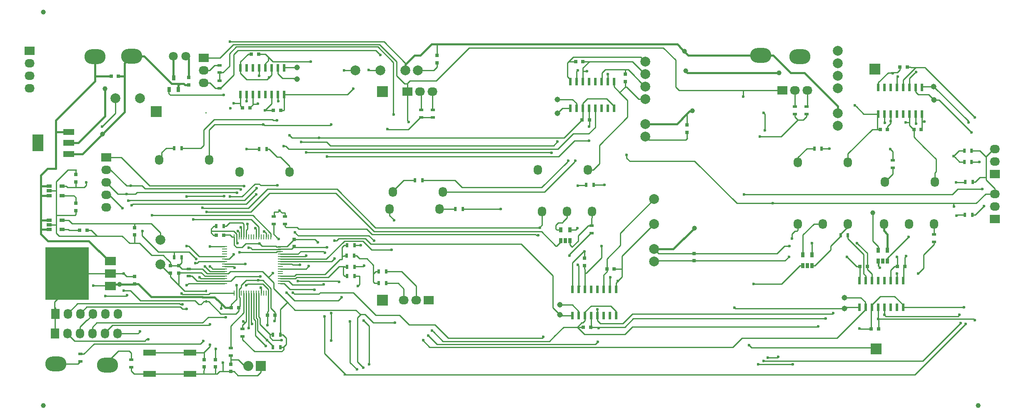
<source format=gbr>
G04 #@! TF.FileFunction,Copper,L1,Top,Signal*
%FSLAX46Y46*%
G04 Gerber Fmt 4.6, Leading zero omitted, Abs format (unit mm)*
G04 Created by KiCad (PCBNEW 4.0.1-stable) date 12/11/2016 23:12:02*
%MOMM*%
G01*
G04 APERTURE LIST*
%ADD10C,0.100000*%
%ADD11C,2.000000*%
%ADD12R,0.500000X0.900000*%
%ADD13R,0.600000X1.500000*%
%ADD14R,0.700000X1.000000*%
%ADD15R,0.800000X0.750000*%
%ADD16R,0.900000X0.500000*%
%ADD17R,0.750000X0.800000*%
%ADD18R,0.797560X0.797560*%
%ADD19R,0.450000X0.590000*%
%ADD20O,4.300000X3.000000*%
%ADD21R,1.727200X2.032000*%
%ADD22O,1.727200X2.032000*%
%ADD23R,0.650000X1.060000*%
%ADD24R,8.890000X10.668000*%
%ADD25R,2.286000X1.778000*%
%ADD26R,1.000000X0.250000*%
%ADD27R,0.250000X1.000000*%
%ADD28R,2.032000X2.032000*%
%ADD29O,2.032000X2.032000*%
%ADD30C,1.143000*%
%ADD31R,2.235200X2.235200*%
%ADD32R,2.032000X1.727200*%
%ADD33O,2.032000X1.727200*%
%ADD34C,1.800000*%
%ADD35R,2.200000X1.200000*%
%ADD36R,2.200000X3.500000*%
%ADD37R,2.540000X1.270000*%
%ADD38R,1.100000X0.660000*%
%ADD39C,1.000000*%
%ADD40C,0.600000*%
%ADD41C,0.250000*%
%ADD42C,0.400000*%
G04 APERTURE END LIST*
D10*
D11*
X166492000Y61919000D03*
X166492000Y64459000D03*
X166492000Y69539000D03*
X166492000Y74619000D03*
X166492000Y72079000D03*
X166492000Y77159000D03*
D12*
X116828000Y49871800D03*
X115328000Y49871800D03*
D13*
X112058200Y65471000D03*
X113328200Y65471000D03*
X114598200Y65471000D03*
X115868200Y65471000D03*
X117138200Y65471000D03*
X118408200Y65471000D03*
X119678200Y65471000D03*
X120948200Y65471000D03*
X120948200Y70871000D03*
X119678200Y70871000D03*
X118408200Y70871000D03*
X117138200Y70871000D03*
X115868200Y70871000D03*
X114598200Y70871000D03*
X113328200Y70871000D03*
X112058200Y70871000D03*
D14*
X30564000Y69271000D03*
X32464000Y69271000D03*
X31514000Y71671000D03*
D13*
X53959000Y73671000D03*
X52689000Y73671000D03*
X51419000Y73671000D03*
X50149000Y73671000D03*
X48879000Y73671000D03*
X47609000Y73671000D03*
X46339000Y73671000D03*
X45069000Y73671000D03*
X45069000Y68271000D03*
X46339000Y68271000D03*
X47609000Y68271000D03*
X48879000Y68271000D03*
X50149000Y68271000D03*
X51419000Y68271000D03*
X52689000Y68271000D03*
X53959000Y68271000D03*
D15*
X20264000Y71971000D03*
X18764000Y71971000D03*
D11*
X28764000Y38721000D03*
X28764000Y33721000D03*
D16*
X34514000Y32821000D03*
X34514000Y31321000D03*
D11*
X129133600Y34276200D03*
X129133600Y36816200D03*
X129133600Y41896200D03*
X129133600Y46976200D03*
D17*
X30814000Y33471000D03*
X30814000Y31971000D03*
X32514000Y33471000D03*
X32514000Y31971000D03*
D15*
X45478000Y65569000D03*
X46978000Y65569000D03*
D17*
X137210800Y35940600D03*
X137210800Y34440600D03*
X85014000Y76221000D03*
X85014000Y74721000D03*
X135839200Y62051800D03*
X135839200Y60551800D03*
D15*
X173240000Y20611000D03*
X174740000Y20611000D03*
X114653200Y74971000D03*
X113153200Y74971000D03*
X172454000Y33311000D03*
X170954000Y33311000D03*
X180074000Y33311000D03*
X178574000Y33311000D03*
X181920000Y61151000D03*
X183420000Y61151000D03*
D17*
X23494000Y39691000D03*
X23494000Y41191000D03*
X23514000Y29721000D03*
X23514000Y31221000D03*
X34514000Y70221000D03*
X34514000Y71721000D03*
D18*
X43114000Y11921700D03*
X43114000Y13420300D03*
D19*
X38100000Y26160000D03*
X38100000Y28270000D03*
D20*
X15494000Y75983000D03*
X158764000Y75971000D03*
D21*
X7360600Y19699200D03*
D22*
X9900600Y19699200D03*
X12440600Y19699200D03*
X14980600Y19699200D03*
X17520600Y19699200D03*
X20060600Y19699200D03*
D20*
X7514000Y13471000D03*
X18014000Y13221000D03*
D21*
X7411400Y23610800D03*
D22*
X9951400Y23610800D03*
X12491400Y23610800D03*
X15031400Y23610800D03*
X17571400Y23610800D03*
X20111400Y23610800D03*
D12*
X66664000Y35471000D03*
X68164000Y35471000D03*
X66714000Y37571000D03*
X68214000Y37571000D03*
X66714000Y33171000D03*
X68214000Y33171000D03*
X66714000Y31321000D03*
X68214000Y31321000D03*
D16*
X12514000Y15471000D03*
X12514000Y13971000D03*
X22865080Y14294720D03*
X22865080Y12794720D03*
D12*
X41664000Y41471000D03*
X40164000Y41471000D03*
D16*
X43114000Y16671000D03*
X43114000Y15171000D03*
D12*
X33064000Y57371000D03*
X31564000Y57371000D03*
D16*
X45466000Y19099000D03*
X45466000Y20599000D03*
D12*
X90259600Y44944200D03*
X88759600Y44944200D03*
X80530000Y50837000D03*
X82030000Y50837000D03*
X168503600Y39661000D03*
X167003600Y39661000D03*
X163174000Y57251000D03*
X161674000Y57251000D03*
D16*
X186029600Y38301400D03*
X186029600Y39801400D03*
D12*
X51664000Y16871000D03*
X53164000Y16871000D03*
X51664000Y19371000D03*
X53164000Y19371000D03*
D11*
X127355600Y59751000D03*
X127355600Y62291000D03*
X127355600Y67371000D03*
X127355600Y72451000D03*
X127355600Y69911000D03*
X127355600Y74991000D03*
D13*
X112551800Y23264600D03*
X113821800Y23264600D03*
X115091800Y23264600D03*
X116361800Y23264600D03*
X117631800Y23264600D03*
X118901800Y23264600D03*
X120171800Y23264600D03*
X121441800Y23264600D03*
X121441800Y28664600D03*
X120171800Y28664600D03*
X118901800Y28664600D03*
X117631800Y28664600D03*
X116361800Y28664600D03*
X115091800Y28664600D03*
X113821800Y28664600D03*
X112551800Y28664600D03*
X170815000Y25023000D03*
X172085000Y25023000D03*
X173355000Y25023000D03*
X174625000Y25023000D03*
X175895000Y25023000D03*
X177165000Y25023000D03*
X178435000Y25023000D03*
X179705000Y25023000D03*
X179705000Y30423000D03*
X178435000Y30423000D03*
X177165000Y30423000D03*
X175895000Y30423000D03*
X174625000Y30423000D03*
X173355000Y30423000D03*
X172085000Y30423000D03*
X170815000Y30423000D03*
D23*
X110149600Y38510200D03*
X111099600Y38510200D03*
X112049600Y38510200D03*
X112049600Y40710200D03*
X110149600Y40710200D03*
D24*
X9849800Y31815000D03*
D25*
X18612800Y31815000D03*
X18612800Y29275000D03*
X18612800Y34355000D03*
D13*
X183559000Y69693000D03*
X182289000Y69693000D03*
X181019000Y69693000D03*
X179749000Y69693000D03*
X178479000Y69693000D03*
X177209000Y69693000D03*
X175939000Y69693000D03*
X174669000Y69693000D03*
X174669000Y64293000D03*
X175939000Y64293000D03*
X177209000Y64293000D03*
X178479000Y64293000D03*
X179749000Y64293000D03*
X181019000Y64293000D03*
X182289000Y64293000D03*
X183559000Y64293000D03*
D23*
X174664000Y34371000D03*
X175614000Y34371000D03*
X176564000Y34371000D03*
X176564000Y36571000D03*
X174664000Y36571000D03*
X159324000Y33481000D03*
X160274000Y33481000D03*
X161224000Y33481000D03*
X161224000Y35681000D03*
X159324000Y35681000D03*
D26*
X41798000Y37315000D03*
X41798000Y36815000D03*
X41798000Y36315000D03*
X41798000Y35815000D03*
X41798000Y35315000D03*
X41798000Y34815000D03*
X41798000Y34315000D03*
X41798000Y33815000D03*
X41798000Y33315000D03*
X41798000Y32815000D03*
X41798000Y32315000D03*
X41798000Y31815000D03*
X41798000Y31315000D03*
X41798000Y30815000D03*
X41798000Y30315000D03*
X41798000Y29815000D03*
D27*
X43748000Y27865000D03*
X44248000Y27865000D03*
X44748000Y27865000D03*
X45248000Y27865000D03*
X45748000Y27865000D03*
X46248000Y27865000D03*
X46748000Y27865000D03*
X47248000Y27865000D03*
X47748000Y27865000D03*
X48248000Y27865000D03*
X48748000Y27865000D03*
X49248000Y27865000D03*
X49748000Y27865000D03*
X50248000Y27865000D03*
X50748000Y27865000D03*
X51248000Y27865000D03*
D26*
X53198000Y29815000D03*
X53198000Y30315000D03*
X53198000Y30815000D03*
X53198000Y31315000D03*
X53198000Y31815000D03*
X53198000Y32315000D03*
X53198000Y32815000D03*
X53198000Y33315000D03*
X53198000Y33815000D03*
X53198000Y34315000D03*
X53198000Y34815000D03*
X53198000Y35315000D03*
X53198000Y35815000D03*
X53198000Y36315000D03*
X53198000Y36815000D03*
X53198000Y37315000D03*
D27*
X51248000Y39265000D03*
X50748000Y39265000D03*
X50248000Y39265000D03*
X49748000Y39265000D03*
X49248000Y39265000D03*
X48748000Y39265000D03*
X48248000Y39265000D03*
X47748000Y39265000D03*
X47248000Y39265000D03*
X46748000Y39265000D03*
X46248000Y39265000D03*
X45748000Y39265000D03*
X45248000Y39265000D03*
X44748000Y39265000D03*
X44248000Y39265000D03*
X43748000Y39265000D03*
D15*
X43192000Y24929000D03*
X44692000Y24929000D03*
X40132000Y39661000D03*
X41632000Y39661000D03*
X50564600Y23407600D03*
X52064600Y23407600D03*
D17*
X55976200Y38825400D03*
X55976200Y37325400D03*
D15*
X114746800Y20964600D03*
X116246800Y20964600D03*
X115953200Y63071000D03*
X114453200Y63071000D03*
X47264000Y76471000D03*
X48764000Y76471000D03*
D17*
X39992300Y14350600D03*
X39992300Y12850600D03*
X37673280Y14350600D03*
X37673280Y12850600D03*
D15*
X121005600Y32803000D03*
X119505600Y32803000D03*
D17*
X115011200Y33475400D03*
X115011200Y34975400D03*
X123240800Y70876200D03*
X123240800Y72376200D03*
D15*
X175062000Y61151000D03*
X176562000Y61151000D03*
X180564000Y73871000D03*
X179064000Y73871000D03*
D20*
X22914000Y76071000D03*
X150764000Y76221000D03*
D28*
X49164000Y13021000D03*
D29*
X46624000Y13021000D03*
D12*
X48864000Y57171000D03*
X50364000Y57171000D03*
D16*
X116433600Y40079400D03*
X116433600Y41579400D03*
X177614000Y54901000D03*
X177614000Y53401000D03*
D11*
X81134000Y73201000D03*
X78594000Y73201000D03*
X73514000Y73201000D03*
X68434000Y73201000D03*
D30*
X56514000Y71371000D03*
X56514000Y73771000D03*
D31*
X73914000Y68871000D03*
X73914000Y26453000D03*
D30*
X109474000Y67245400D03*
X109996800Y25464600D03*
X109503200Y64451400D03*
X109996800Y23464600D03*
D32*
X83312000Y26453000D03*
D33*
X80772000Y26453000D03*
X78232000Y26453000D03*
D32*
X78994000Y68871000D03*
D33*
X81534000Y68871000D03*
X84074000Y68871000D03*
D30*
X167814000Y26971000D03*
X167814000Y24771000D03*
D32*
X155194000Y69125000D03*
D33*
X157734000Y69125000D03*
X160274000Y69125000D03*
D30*
X186014000Y67171000D03*
X185928000Y69887000D03*
D32*
X37592000Y75729000D03*
D33*
X37592000Y73189000D03*
X37592000Y70649000D03*
D32*
X198374000Y42963000D03*
D33*
X198374000Y45503000D03*
X198374000Y48043000D03*
D31*
X174244000Y16547000D03*
D32*
X198374000Y52107000D03*
D33*
X198374000Y54647000D03*
X198374000Y57187000D03*
D31*
X173990000Y73443000D03*
X27940000Y64807000D03*
D12*
X31614000Y35121000D03*
X33114000Y35121000D03*
D34*
X31414000Y76071000D03*
X33914000Y76071000D03*
D22*
X55014000Y52471000D03*
X44854000Y52471000D03*
X28514000Y54971000D03*
X38674000Y54971000D03*
X76014000Y48471000D03*
X86174000Y48471000D03*
X85514000Y44971000D03*
X75354000Y44971000D03*
X105514000Y52971000D03*
X115674000Y52971000D03*
X116514000Y44471000D03*
X111434000Y44471000D03*
X106354000Y44471000D03*
X158354000Y54471000D03*
X168514000Y54471000D03*
X168514000Y41971000D03*
X163434000Y41971000D03*
X158354000Y41971000D03*
X176014000Y50471000D03*
X186174000Y50471000D03*
X186014000Y41971000D03*
X180934000Y41971000D03*
X175854000Y41971000D03*
D15*
X51714000Y65071000D03*
X53214000Y65071000D03*
D17*
X11634000Y50521000D03*
X11634000Y52021000D03*
D16*
X81814000Y63621000D03*
X81814000Y65121000D03*
X84114000Y63621000D03*
X84114000Y65121000D03*
D12*
X74664000Y29871000D03*
X73164000Y29871000D03*
X74664000Y32271000D03*
X73164000Y32271000D03*
D16*
X157714000Y64321000D03*
X157714000Y65821000D03*
X160114000Y64321000D03*
X160114000Y65821000D03*
D12*
X192274000Y43801000D03*
X193774000Y43801000D03*
X192364000Y50471000D03*
X193864000Y50471000D03*
D16*
X40814000Y71021000D03*
X40814000Y69521000D03*
X40814000Y72721000D03*
X40814000Y74221000D03*
D12*
X192164000Y54571000D03*
X193664000Y54571000D03*
X193664000Y56871000D03*
X192164000Y56871000D03*
D16*
X54114000Y43421000D03*
X54114000Y41921000D03*
X51814000Y43421000D03*
X51814000Y41921000D03*
D35*
X10114000Y56171000D03*
X10114000Y58471000D03*
X10114000Y60671000D03*
D36*
X3914000Y58471000D03*
D37*
X26540000Y11471000D03*
X34798000Y11471000D03*
X26540000Y15789000D03*
X34798000Y15789000D03*
D17*
X11614000Y46121000D03*
X11614000Y44621000D03*
D15*
X12364000Y40631000D03*
X13864000Y40631000D03*
D38*
X6214000Y40821000D03*
X6214000Y41771000D03*
X6214000Y42721000D03*
X8814000Y42721000D03*
X8814000Y40821000D03*
X6214000Y47721000D03*
X6214000Y48671000D03*
X6214000Y49621000D03*
X8814000Y49621000D03*
X8814000Y47721000D03*
D32*
X17764000Y55471000D03*
D33*
X17764000Y52931000D03*
X17764000Y50391000D03*
X17764000Y47851000D03*
X17764000Y45311000D03*
D11*
X19644000Y67531000D03*
X24644000Y67531000D03*
D32*
X2159000Y77126000D03*
D33*
X2159000Y74586000D03*
X2159000Y72046000D03*
X2159000Y69506000D03*
D39*
X5000000Y5000000D03*
X5000000Y85000000D03*
X195000000Y5000000D03*
D40*
X76454000Y21881000D03*
X153267501Y46131000D03*
X70034000Y12731000D03*
X190044000Y45501000D03*
X123544000Y56021000D03*
X52814000Y38871000D03*
X51614000Y31971000D03*
X73507600Y76287798D03*
X162464000Y21071000D03*
X21038979Y45158747D03*
X55014000Y59971000D03*
X61014000Y59471000D03*
X48707160Y30459030D03*
X84014000Y20271000D03*
X192114000Y24971000D03*
X48914000Y37971000D03*
X182328810Y72856190D03*
X170840400Y20712600D03*
X21338978Y31815000D03*
X21338978Y28371000D03*
X177614000Y72571000D03*
X50914000Y71770994D03*
X52014000Y22171000D03*
X60814000Y38171000D03*
X115004000Y36321000D03*
D39*
X135514000Y73071000D03*
X154482800Y72681000D03*
D40*
X48614000Y66371000D03*
X156514000Y35271000D03*
X168314000Y35271000D03*
X178514000Y35271000D03*
X50038002Y65010200D03*
X49714000Y62171000D03*
X63514000Y62171000D03*
X66114000Y73171000D03*
X68014000Y69471000D03*
X71114000Y73271000D03*
X38863039Y37370999D03*
X40014000Y16571000D03*
X38894000Y21491000D03*
X38854000Y17341000D03*
X35858181Y33966896D03*
X121767600Y30313800D03*
X76301600Y42709000D03*
X113131600Y54799400D03*
X115468400Y72985800D03*
X169926000Y66077000D03*
X177209000Y62875659D03*
X45084000Y48921000D03*
X45084002Y41251000D03*
X22754000Y49691000D03*
X44384000Y48251000D03*
X44570021Y40510618D03*
X21914000Y48011002D03*
X27104000Y43691000D03*
X26352584Y18445980D03*
X44904000Y36211000D03*
X42114000Y22971000D03*
X22944000Y45731000D03*
X48214000Y47971000D03*
X48072980Y41071000D03*
X24671780Y20095970D03*
X33130036Y27821020D03*
X33229236Y25620972D03*
X34114000Y29471000D03*
X34113998Y24671000D03*
X22224000Y46681000D03*
X48314000Y49171000D03*
X49885917Y40422461D03*
X22013998Y27471000D03*
X17614000Y27271000D03*
X70104000Y22262000D03*
X157324000Y13401000D03*
X69514000Y37571000D03*
X190014000Y55771000D03*
X71214000Y13437696D03*
X150314729Y13425980D03*
X74914000Y61271000D03*
X70213999Y33420999D03*
X67310002Y22135000D03*
X190504000Y50421000D03*
X190564000Y43631000D03*
X68888980Y29321000D03*
X68714000Y12371000D03*
X35504000Y42841000D03*
X37513996Y18171000D03*
X46314000Y66871001D03*
X46314000Y57171000D03*
X52514000Y62971000D03*
X52714000Y66871000D03*
X65114000Y30171000D03*
X49114000Y31270986D03*
X56714000Y30371000D03*
X45593000Y22135000D03*
X97942400Y44944200D03*
X120192800Y31075800D03*
X111709200Y54799400D03*
X113577547Y73210091D03*
X111914000Y35471000D03*
X113639600Y33615800D03*
X119735600Y72376200D03*
X119024400Y49922600D03*
X164794000Y57291000D03*
X176022000Y62521000D03*
X182778400Y31888600D03*
X178511200Y31888600D03*
X50486597Y18286208D03*
X151384002Y64553000D03*
X151638000Y60997000D03*
X177134676Y57144503D03*
X182339352Y62349179D03*
X148416175Y17295980D03*
X53414000Y18321000D03*
X60114006Y28571000D03*
X58924000Y33361000D03*
X43724000Y35781000D03*
X52544000Y49821000D03*
X42934000Y47551000D03*
X56114000Y40225980D03*
X72198341Y38525980D03*
X191214000Y23471000D03*
X165514000Y23771000D03*
X175914000Y23471000D03*
X117596800Y24564600D03*
X53814000Y57771000D03*
X178614000Y71871000D03*
X48814000Y72071000D03*
X57114000Y33669980D03*
X109503200Y58671000D03*
X57414000Y58571000D03*
X75814000Y36671000D03*
X64164000Y38571000D03*
X64214000Y34921000D03*
X58414000Y35471000D03*
X108305600Y56425000D03*
X58414000Y56461180D03*
X55714000Y27971000D03*
X145414000Y24871000D03*
X106614000Y18971000D03*
X46014000Y33771000D03*
X62103000Y23151000D03*
X192414000Y21571000D03*
X193614000Y60571000D03*
X62014000Y29671000D03*
X63500000Y23786000D03*
X82184000Y18321000D03*
X62214000Y36071000D03*
X63514000Y18238020D03*
X43814000Y33071000D03*
X191414000Y21771000D03*
X193014000Y62571000D03*
X151414000Y14071000D03*
X47414000Y21571006D03*
X149356152Y29714758D03*
X154303463Y14881537D03*
X152214000Y14716020D03*
X175014000Y33071000D03*
X50164000Y17121000D03*
X180289200Y62571800D03*
D39*
X173532800Y44233000D03*
D40*
X184048400Y62724200D03*
X25134000Y40511000D03*
X36081617Y34787016D03*
X36714000Y31121000D03*
D39*
X17014000Y60221000D03*
D40*
X53014000Y44671000D03*
X46216836Y29444064D03*
X83214000Y19271000D03*
X194314000Y22371000D03*
X194314000Y63571000D03*
X46714000Y37071000D03*
X44423020Y38021000D03*
X41114000Y24771000D03*
D39*
X20514000Y29671000D03*
D40*
X117714000Y17971000D03*
X117814000Y20771000D03*
X164014000Y22671000D03*
X174625000Y22595980D03*
X62614000Y55648380D03*
X115903200Y58871000D03*
X115903200Y61771000D03*
X59314000Y74971000D03*
X41514000Y13771000D03*
X15114000Y29371000D03*
X44314000Y29471000D03*
X50514000Y21371000D03*
X62614000Y37171000D03*
X38154000Y44391000D03*
X38862000Y33311000D03*
X41744000Y47581000D03*
X34084000Y47551000D03*
X41614000Y68171000D03*
X34114000Y37471000D03*
X113648151Y49677151D03*
X180836000Y39293000D03*
X79214000Y62671000D03*
X147414000Y47971000D03*
X147214000Y67871000D03*
X195834000Y49059000D03*
D39*
X17514000Y69471000D03*
D40*
X150614000Y59671000D03*
X46714000Y20771004D03*
X196134000Y45531000D03*
X195214000Y54571000D03*
X49159658Y28957834D03*
X54414000Y27971000D03*
X65629221Y27034715D03*
X76214000Y64171000D03*
X45824000Y49621000D03*
X46504000Y41971000D03*
D39*
X137284000Y41061000D03*
D40*
X105874000Y41201000D03*
X113564000Y41121000D03*
X37304000Y45211000D03*
X43014000Y65471000D03*
X105614000Y39671000D03*
D39*
X136914000Y64971000D03*
X135259151Y77026953D03*
D40*
X156667200Y37476600D03*
X118465600Y37425800D03*
X170384257Y38034965D03*
X180340000Y35393798D03*
X43714000Y66471000D03*
X42914000Y78971000D03*
X157114000Y38971000D03*
X161224000Y38036119D03*
X37846000Y33311000D03*
X16914000Y61711000D03*
X13734000Y50381000D03*
D41*
X38003138Y64550138D02*
X38044000Y64591000D01*
X76454000Y21881000D02*
X72009000Y21881000D01*
X72009000Y21881000D02*
X70347999Y23542001D01*
X70347999Y23542001D02*
X69723000Y23542001D01*
X70034000Y12731000D02*
X68834000Y13931000D01*
X68834000Y13931000D02*
X68834000Y22897000D01*
X68834000Y22897000D02*
X69479001Y23542001D01*
X69479001Y23542001D02*
X69723000Y23542001D01*
X69723000Y23542001D02*
X69397601Y23542001D01*
X69397601Y23542001D02*
X68508600Y24431002D01*
X56153998Y24431002D02*
X54569458Y26015542D01*
X68508600Y24431002D02*
X56153998Y24431002D01*
X153267501Y46131000D02*
X145934000Y46131000D01*
X145934000Y46131000D02*
X137344000Y54721000D01*
X137344000Y54721000D02*
X124164000Y54721000D01*
X124164000Y54721000D02*
X123544000Y55341000D01*
X123544000Y55341000D02*
X123544000Y56021000D01*
X189965137Y46131000D02*
X153267501Y46131000D01*
X189965137Y46131000D02*
X189965137Y45579863D01*
X194574000Y46131000D02*
X189965137Y46131000D01*
X189965137Y45579863D02*
X190044000Y45501000D01*
X198374000Y48043000D02*
X196486000Y48043000D01*
X196486000Y48043000D02*
X194574000Y46131000D01*
X11716217Y52931000D02*
X11521056Y52931000D01*
X11521056Y52931000D02*
X11511056Y52921000D01*
X11511056Y52921000D02*
X9954000Y52921000D01*
X9954000Y52921000D02*
X7602262Y50569262D01*
X7602262Y50569262D02*
X7602262Y48082738D01*
X11634000Y52021000D02*
X11634000Y52798056D01*
X11634000Y52798056D02*
X11511056Y52921000D01*
X7602262Y48082738D02*
X7602262Y43688873D01*
X7602262Y43688873D02*
X7602262Y41771000D01*
X11614000Y43901000D02*
X11401873Y43688873D01*
X11401873Y43688873D02*
X7602262Y43688873D01*
X11614000Y44621000D02*
X11614000Y43901000D01*
X6214000Y48671000D02*
X7602262Y48671000D01*
X7602262Y48671000D02*
X7602262Y48082738D01*
X24554000Y38001000D02*
X23482521Y38001000D01*
X23494000Y39691000D02*
X23494000Y38012479D01*
X23482521Y38001000D02*
X22484000Y38001000D01*
X23494000Y38012479D02*
X23482521Y38001000D01*
X30814000Y33471000D02*
X30814000Y34121000D01*
X30814000Y34121000D02*
X30199645Y34735355D01*
X30199645Y34735355D02*
X30179045Y34735355D01*
X30179045Y34735355D02*
X29343400Y35571000D01*
X29343400Y35571000D02*
X26984000Y35571000D01*
X26984000Y35571000D02*
X24554000Y38001000D01*
X22484000Y38001000D02*
X21034001Y39450999D01*
X21034001Y39450999D02*
X15907029Y39450999D01*
X15187028Y40171000D02*
X15293021Y40065007D01*
X15293021Y40065007D02*
X15907029Y39450999D01*
X13864000Y40631000D02*
X14727028Y40631000D01*
X14727028Y40631000D02*
X15293021Y40065007D01*
X15907029Y39450999D02*
X14203999Y39450999D01*
X8244001Y39450999D02*
X7602262Y40092738D01*
X7602262Y40092738D02*
X7602262Y41771000D01*
X14203999Y39450999D02*
X8244001Y39450999D01*
X6214000Y41771000D02*
X7602262Y41771000D01*
X51814000Y41971000D02*
X51814000Y39871000D01*
X51814000Y39871000D02*
X52514001Y39170999D01*
X52514001Y39170999D02*
X52814000Y38871000D01*
X41798000Y31815000D02*
X41827999Y31844999D01*
X41827999Y31844999D02*
X42574001Y31844999D01*
X42574001Y31844999D02*
X43000002Y32271000D01*
X43000002Y32271000D02*
X49514000Y32271000D01*
X49514000Y32271000D02*
X50614000Y31171000D01*
X50614000Y31171000D02*
X51814010Y29970990D01*
X51814010Y29970990D02*
X51814010Y28770990D01*
X51814010Y28770990D02*
X54569458Y26015542D01*
X50614000Y31171000D02*
X50814000Y31171000D01*
X50814000Y31171000D02*
X51614000Y31971000D01*
X196596000Y51427506D02*
X196614000Y51445506D01*
X196614000Y51445506D02*
X196614000Y55571000D01*
X196614000Y55571000D02*
X195314000Y56871000D01*
X195314000Y56871000D02*
X193664000Y56871000D01*
X198374000Y57187000D02*
X198130000Y57187000D01*
X198130000Y57187000D02*
X196614000Y55671000D01*
X196596000Y51427506D02*
X196596000Y50934600D01*
X193864000Y50471000D02*
X194364000Y50471000D01*
X194364000Y50471000D02*
X195320506Y51427506D01*
X195320506Y51427506D02*
X196596000Y51427506D01*
X198221600Y48043000D02*
X198374000Y48043000D01*
X160274000Y69125000D02*
X160274000Y65981000D01*
X160274000Y65981000D02*
X160114000Y65821000D01*
X40814000Y69521000D02*
X41014000Y69521000D01*
X41014000Y69521000D02*
X43714000Y72221000D01*
X43714000Y72221000D02*
X43714000Y76371000D01*
X43714000Y76371000D02*
X44564001Y77221001D01*
X73207601Y76587797D02*
X73507600Y76287798D01*
X44564001Y77221001D02*
X72574397Y77221001D01*
X72574397Y77221001D02*
X73207601Y76587797D01*
X37592000Y70649000D02*
X38858000Y70649000D01*
X38858000Y70649000D02*
X39986000Y69521000D01*
X39986000Y69521000D02*
X40814000Y69521000D01*
X77114000Y29871000D02*
X78232000Y28753000D01*
X78232000Y28753000D02*
X78232000Y26453000D01*
X74664000Y29871000D02*
X77114000Y29871000D01*
X84074000Y68871000D02*
X84074000Y65161000D01*
X84074000Y65161000D02*
X84114000Y65121000D01*
X83964000Y68761000D02*
X84074000Y68871000D01*
X37592000Y70649000D02*
X37744400Y70649000D01*
X53731616Y16888616D02*
X53814000Y16806232D01*
X45466000Y18419000D02*
X45466000Y19099000D01*
X53814000Y16806232D02*
X53814000Y16371000D01*
X53814000Y16371000D02*
X53438999Y15995999D01*
X53438999Y15995999D02*
X47889001Y15995999D01*
X47889001Y15995999D02*
X45466000Y18419000D01*
X54342521Y17499521D02*
X53731616Y16888616D01*
X53164000Y16871000D02*
X53714000Y16871000D01*
X53714000Y16871000D02*
X53731616Y16888616D01*
X53164000Y19371000D02*
X53664000Y19371000D01*
X53664000Y19371000D02*
X54342521Y18692479D01*
X54342521Y18692479D02*
X54342521Y17499521D01*
X196596000Y50934600D02*
X198374000Y49156600D01*
X198374000Y49156600D02*
X198374000Y48043000D01*
X34514000Y32821000D02*
X35214000Y32821000D01*
X35214000Y32821000D02*
X35289001Y32745999D01*
X35289001Y32745999D02*
X37339001Y32745999D01*
X37339001Y32745999D02*
X38270000Y31815000D01*
X38270000Y31815000D02*
X41183098Y31815000D01*
X34514000Y32821000D02*
X33164000Y32821000D01*
X33164000Y32821000D02*
X32514000Y33471000D01*
X32514000Y33471000D02*
X30814000Y33471000D01*
X33114000Y35121000D02*
X33114000Y34071000D01*
X33114000Y34071000D02*
X32514000Y33471000D01*
X33114000Y34812600D02*
X33114000Y35121000D01*
X53164000Y19371000D02*
X53164000Y24610084D01*
X53164000Y24610084D02*
X54569458Y26015542D01*
X41048000Y31815000D02*
X41183098Y31815000D01*
X41183098Y31815000D02*
X41798000Y31815000D01*
X33689998Y28270000D02*
X32598180Y29361818D01*
X32598180Y29361818D02*
X32514000Y29445998D01*
X30814000Y31971000D02*
X30814000Y31145998D01*
X30814000Y31145998D02*
X32598180Y29361818D01*
X38100000Y28270000D02*
X33689998Y28270000D01*
X32514000Y29445998D02*
X32514000Y31921000D01*
X41798000Y31315000D02*
X37820000Y31315000D01*
X37820000Y31315000D02*
X37114000Y32021000D01*
X37114000Y32021000D02*
X32514000Y32021000D01*
X32564000Y32021000D02*
X32514000Y31971000D01*
X35860400Y32021000D02*
X32564000Y32021000D01*
X30814000Y31971000D02*
X30464000Y31971000D01*
X28764000Y33671000D02*
X28764000Y33721000D01*
X30464000Y31971000D02*
X28764000Y33671000D01*
X18612800Y31815000D02*
X9849800Y31815000D01*
X44692000Y24929000D02*
X44692000Y24205408D01*
X44692000Y24205408D02*
X44145592Y23659000D01*
X44914000Y26949000D02*
X44914000Y25151000D01*
X44914000Y25151000D02*
X44692000Y24929000D01*
X45069000Y73671000D02*
X45069000Y72570000D01*
X45069000Y72570000D02*
X46298000Y71341000D01*
X46298000Y71341000D02*
X50484006Y71341000D01*
X50484006Y71341000D02*
X50614001Y71470995D01*
X50614001Y71470995D02*
X50914000Y71770994D01*
X162464000Y21071000D02*
X162410400Y21017400D01*
X162410400Y21017400D02*
X124714000Y21017400D01*
X124714000Y21017400D02*
X123167600Y19471000D01*
X123167600Y19471000D02*
X115014000Y19471000D01*
X115014000Y19471000D02*
X113514000Y20971000D01*
X113514000Y20971000D02*
X112846037Y20971000D01*
X17764000Y47851000D02*
X18346726Y47851000D01*
X18346726Y47851000D02*
X21038979Y45158747D01*
X17514000Y48221000D02*
X17976726Y48221000D01*
X20976726Y45221000D02*
X21038979Y45158747D01*
X55313999Y59671001D02*
X55014000Y59971000D01*
X55514000Y59471000D02*
X55313999Y59671001D01*
X61014000Y59471000D02*
X55514000Y59471000D01*
X114428200Y63071000D02*
X110828200Y59471000D01*
X61438264Y59471000D02*
X61014000Y59471000D01*
X114453200Y63071000D02*
X114428200Y63071000D01*
X110828200Y59471000D02*
X61438264Y59471000D01*
X53198000Y37315000D02*
X53168001Y37285001D01*
X53168001Y37285001D02*
X52421999Y37285001D01*
X52236000Y37471000D02*
X49414000Y37471000D01*
X52421999Y37285001D02*
X52236000Y37471000D01*
X49414000Y37471000D02*
X49213999Y37671001D01*
X49213999Y37671001D02*
X48914000Y37971000D01*
X45206852Y29477170D02*
X46188712Y30459030D01*
X46188712Y30459030D02*
X48282896Y30459030D01*
X48282896Y30459030D02*
X48707160Y30459030D01*
X44748000Y27865000D02*
X44748000Y28615000D01*
X49131424Y30459030D02*
X48707160Y30459030D01*
X45206852Y29073852D02*
X45206852Y29477170D01*
X51248000Y27865000D02*
X51248000Y28829880D01*
X51248000Y28829880D02*
X49618850Y30459030D01*
X44748000Y28615000D02*
X45206852Y29073852D01*
X49618850Y30459030D02*
X49131424Y30459030D01*
X86214000Y18071000D02*
X84313999Y19971001D01*
X84313999Y19971001D02*
X84014000Y20271000D01*
X107859000Y18071000D02*
X86214000Y18071000D01*
X108907196Y19119196D02*
X107859000Y18071000D01*
X192062000Y25023000D02*
X192114000Y24971000D01*
X179705000Y25023000D02*
X192062000Y25023000D01*
X48489736Y37971000D02*
X48914000Y37971000D01*
X46154747Y37971000D02*
X48489736Y37971000D01*
X44244837Y37154269D02*
X45338016Y37154269D01*
X43748000Y37651106D02*
X44244837Y37154269D01*
X43748000Y39265000D02*
X43748000Y37651106D01*
X45338016Y37154269D02*
X46154747Y37971000D01*
X37080000Y25615000D02*
X37625000Y26160000D01*
X22714460Y28371000D02*
X24724439Y26361021D01*
X24724439Y26361021D02*
X35810793Y26361021D01*
X37625000Y26160000D02*
X38100000Y26160000D01*
X36556814Y25615000D02*
X37080000Y25615000D01*
X21338978Y28371000D02*
X22714460Y28371000D01*
X35810793Y26361021D02*
X36556814Y25615000D01*
X38100000Y26160000D02*
X38575000Y26160000D01*
X41076000Y23659000D02*
X44145592Y23659000D01*
X38575000Y26160000D02*
X41076000Y23659000D01*
X44914000Y26949000D02*
X44748000Y27115000D01*
X44748000Y27115000D02*
X44748000Y27865000D01*
X9849800Y31815000D02*
X9849800Y28606800D01*
X7411400Y23763200D02*
X7411400Y23610800D01*
X9849800Y28606800D02*
X7314000Y26071000D01*
X7314000Y26071000D02*
X7314000Y23860600D01*
X7314000Y23860600D02*
X7411400Y23763200D01*
X182028811Y72556191D02*
X182328810Y72856190D01*
X181019000Y69693000D02*
X181019000Y71546380D01*
X181019000Y71546380D02*
X182028811Y72556191D01*
X112846037Y20971000D02*
X110759000Y20971000D01*
X113542592Y20955826D02*
X112846037Y20955826D01*
X112846037Y20955826D02*
X110743826Y20955826D01*
X112846037Y20971000D02*
X112846037Y20955826D01*
X110759000Y20971000D02*
X108907196Y19119196D01*
X110743826Y20955826D02*
X108907196Y19119196D01*
X173240000Y20611000D02*
X170942000Y20611000D01*
X170942000Y20611000D02*
X170840400Y20712600D01*
X114088026Y20955826D02*
X113542592Y20955826D01*
X114657400Y21830200D02*
X114416966Y21830200D01*
X114416966Y21830200D02*
X113542592Y20955826D01*
X115091800Y23264600D02*
X115091800Y22264600D01*
X115091800Y22264600D02*
X114657400Y21830200D01*
X18612800Y31815000D02*
X21338978Y31815000D01*
X21638977Y31515001D02*
X21338978Y31815000D01*
X21932978Y31221000D02*
X21638977Y31515001D01*
X23514000Y31221000D02*
X21932978Y31221000D01*
X114746800Y20964600D02*
X114096800Y20964600D01*
X114096800Y20964600D02*
X114088026Y20955826D01*
X120948200Y65471000D02*
X120948200Y65921000D01*
X120948200Y65921000D02*
X119471400Y67397800D01*
X119471400Y67397800D02*
X115525000Y67397800D01*
X115525000Y67397800D02*
X115126707Y66999507D01*
X115091800Y23264600D02*
X115091800Y22814600D01*
X114598200Y66471000D02*
X115126707Y66999507D01*
X115126707Y66999507D02*
X115298200Y67171000D01*
X114598200Y65471000D02*
X114598200Y63216000D01*
X114598200Y63216000D02*
X114453200Y63071000D01*
X177614000Y72598786D02*
X177614000Y72571000D01*
X177786214Y72771000D02*
X177614000Y72598786D01*
X178589000Y72771000D02*
X177786214Y72771000D01*
X177786214Y72771000D02*
X177394000Y72771000D01*
X177394000Y72771000D02*
X177304000Y72681000D01*
X179064000Y73871000D02*
X179064000Y73246000D01*
X179064000Y73246000D02*
X178589000Y72771000D01*
X45069000Y74671000D02*
X45069000Y73671000D01*
X45069000Y74926000D02*
X45069000Y74671000D01*
X47264000Y76471000D02*
X46614000Y76471000D01*
X46614000Y76471000D02*
X45069000Y74926000D01*
X51213999Y72070993D02*
X50914000Y71770994D01*
X51419000Y72275994D02*
X51213999Y72070993D01*
X51419000Y73671000D02*
X51419000Y72275994D01*
X174669000Y69693000D02*
X174669000Y69243000D01*
X51248000Y27865000D02*
X51248000Y24837000D01*
X51248000Y24837000D02*
X52064600Y24020400D01*
X52064600Y24020400D02*
X52064600Y23407600D01*
X51419000Y73671000D02*
X51308000Y73560000D01*
X51308000Y73560000D02*
X51308000Y73443000D01*
X121441800Y23264600D02*
X121441800Y24129600D01*
X121441800Y24129600D02*
X120281799Y25289601D01*
X120281799Y25289601D02*
X116331801Y25289601D01*
X116331801Y25289601D02*
X115091800Y24049600D01*
X115091800Y24049600D02*
X115091800Y23264600D01*
X7360600Y19699200D02*
X7360600Y23560000D01*
X7360600Y23560000D02*
X7411400Y23610800D01*
X41814000Y39721000D02*
X42917000Y39721000D01*
X42917000Y39721000D02*
X43264000Y39374000D01*
X7411400Y23610800D02*
X7411400Y24876800D01*
X179705000Y25473000D02*
X179705000Y25023000D01*
X177981999Y27196001D02*
X179705000Y25473000D01*
X175078001Y27196001D02*
X177981999Y27196001D01*
X173355000Y25473000D02*
X175078001Y27196001D01*
X52064600Y23407600D02*
X52064600Y22221600D01*
X52064600Y22221600D02*
X52014000Y22171000D01*
X173355000Y25473000D02*
X173355000Y25023000D01*
X173240000Y20611000D02*
X173240000Y24908000D01*
X173240000Y24908000D02*
X173355000Y25023000D01*
X173215000Y20611000D02*
X173240000Y20611000D01*
X173355000Y25023000D02*
X173355000Y24573000D01*
X43748000Y39265000D02*
X43373000Y39265000D01*
X43373000Y39265000D02*
X43264000Y39374000D01*
X60814000Y38171000D02*
X60159600Y38825400D01*
X60159600Y38825400D02*
X55976200Y38825400D01*
X114598200Y65471000D02*
X114598200Y66471000D01*
X53198000Y37315000D02*
X54490800Y37315000D01*
X54490800Y37315000D02*
X55976200Y38800400D01*
X55976200Y38800400D02*
X55976200Y38825400D01*
X177304000Y72681000D02*
X176654000Y72681000D01*
X176654000Y72681000D02*
X174669000Y70696000D01*
X174669000Y70696000D02*
X174669000Y70693000D01*
X174669000Y70693000D02*
X174669000Y69693000D01*
X135890000Y59371400D02*
X135839200Y59422200D01*
X135839200Y59422200D02*
X135839200Y60551800D01*
X84344000Y73201000D02*
X82804000Y73201000D01*
X82804000Y73201000D02*
X81134000Y73201000D01*
X85029040Y73886040D02*
X85014000Y73901080D01*
X85014000Y73901080D02*
X85014000Y74721000D01*
X85014000Y74721000D02*
X85029040Y74705960D01*
X85029040Y73886040D02*
X84344000Y73201000D01*
X115004000Y36321000D02*
X115004000Y34982600D01*
X115004000Y34982600D02*
X115011200Y34975400D01*
X112551800Y34052000D02*
X114242008Y35742208D01*
X114242008Y35742208D02*
X114406401Y35906601D01*
X115004000Y36321000D02*
X114820800Y36321000D01*
X114820800Y36321000D02*
X114242008Y35742208D01*
X112551800Y28664600D02*
X112551800Y34052000D01*
X47609000Y68271000D02*
X47609000Y66200000D01*
D42*
X135904000Y72681000D02*
X135514000Y73071000D01*
X154482800Y72681000D02*
X135904000Y72681000D01*
D41*
X137835800Y34440600D02*
X137210800Y34440600D01*
X155683600Y34440600D02*
X137835800Y34440600D01*
X156514000Y35271000D02*
X155683600Y34440600D01*
X135839200Y60551800D02*
X135890000Y60501000D01*
X135890000Y59371400D02*
X135534400Y59015800D01*
X128090800Y59015800D02*
X127355600Y59751000D01*
X135534400Y59015800D02*
X128090800Y59015800D01*
X137210800Y34440600D02*
X129298000Y34440600D01*
X129298000Y34440600D02*
X129133600Y34276200D01*
X127263200Y59751000D02*
X127896800Y59117400D01*
X47609000Y66352027D02*
X47609000Y66200000D01*
X47609000Y68271000D02*
X47609000Y66352027D01*
X47609000Y66352027D02*
X48595027Y66352027D01*
X48595027Y66352027D02*
X48614000Y66371000D01*
X170954000Y33311000D02*
X170274000Y33311000D01*
X170274000Y33311000D02*
X168314000Y35271000D01*
X178574000Y33311000D02*
X178574000Y35211000D01*
X178574000Y35211000D02*
X178514000Y35271000D01*
X170954000Y33311000D02*
X170954000Y30562000D01*
X170954000Y30562000D02*
X170815000Y30423000D01*
X178574000Y33311000D02*
X177924000Y33311000D01*
X177924000Y33311000D02*
X177165000Y32552000D01*
X177165000Y32552000D02*
X177165000Y31423000D01*
X177165000Y31423000D02*
X177165000Y30423000D01*
X112551800Y29114600D02*
X112551800Y28664600D01*
X47609000Y66200000D02*
X46978000Y65569000D01*
X63514000Y62171000D02*
X63314000Y61971000D01*
X63314000Y61971000D02*
X49914000Y61971000D01*
X49914000Y61971000D02*
X49839001Y62045999D01*
X49839001Y62045999D02*
X49714000Y62171000D01*
X50038002Y65010200D02*
X51419000Y66391198D01*
X51419000Y66391198D02*
X51419000Y66508877D01*
X51614000Y65071000D02*
X50098802Y65071000D01*
X50098802Y65071000D02*
X50038002Y65010200D01*
X38674000Y54971000D02*
X38674000Y61022990D01*
X38674000Y61022990D02*
X39822010Y62171000D01*
X39822010Y62171000D02*
X49214000Y62171000D01*
X39622010Y61971000D02*
X39822010Y62171000D01*
X49214000Y62171000D02*
X49714000Y62171000D01*
X51419000Y68271000D02*
X51419000Y68721000D01*
X66989787Y73171000D02*
X66114000Y73171000D01*
X68434000Y73201000D02*
X67019787Y73201000D01*
X67019787Y73201000D02*
X66989787Y73171000D01*
X51419000Y66441000D02*
X51419000Y66508877D01*
X51419000Y66508877D02*
X51419000Y67271000D01*
X51419000Y67271000D02*
X51419000Y68271000D01*
X68014000Y69471000D02*
X66814000Y68271000D01*
X66814000Y68271000D02*
X54509000Y68271000D01*
X54509000Y68271000D02*
X53959000Y68271000D01*
X53214000Y65071000D02*
X53864000Y65071000D01*
X53864000Y65071000D02*
X53959000Y65166000D01*
X53959000Y65166000D02*
X53959000Y68271000D01*
X73514000Y73201000D02*
X71184000Y73201000D01*
X71184000Y73201000D02*
X71114000Y73271000D01*
X39992300Y14350600D02*
X39992300Y16549300D01*
X39992300Y16549300D02*
X40014000Y16571000D01*
X41798000Y37315000D02*
X38919038Y37315000D01*
X38919038Y37315000D02*
X38863039Y37370999D01*
X38894000Y21491000D02*
X38751590Y21348590D01*
X38751590Y21348590D02*
X37445950Y21348590D01*
X37445950Y21348590D02*
X37776410Y21348590D01*
X19017590Y21348590D02*
X37445950Y21348590D01*
X17520600Y19699200D02*
X17520600Y19851600D01*
X17520600Y19851600D02*
X19017590Y21348590D01*
X37776410Y21348590D02*
X37784000Y21341000D01*
X38854000Y17341000D02*
X38854000Y17050467D01*
X38854000Y17050467D02*
X37592533Y15789000D01*
X26540000Y15789000D02*
X26548000Y15781000D01*
X26548000Y15781000D02*
X34790000Y15781000D01*
X34790000Y15781000D02*
X34798000Y15789000D01*
X37592533Y15789000D02*
X34798000Y15789000D01*
X37673280Y14350600D02*
X37673280Y15708253D01*
X37673280Y15708253D02*
X37592533Y15789000D01*
X41798000Y34315000D02*
X36579955Y34315000D01*
X36231851Y33966896D02*
X35858181Y33966896D01*
X36579955Y34315000D02*
X36231851Y33966896D01*
X129133600Y41896200D02*
X122634000Y35396600D01*
X122634000Y35396600D02*
X122634000Y32811000D01*
X122634000Y32811000D02*
X122626000Y32803000D01*
X122626000Y32803000D02*
X121005600Y32803000D01*
X122634000Y32803000D02*
X122634000Y31180200D01*
X122634000Y31180200D02*
X121767600Y30313800D01*
X121013600Y32811000D02*
X121005600Y32803000D01*
X121467601Y30013801D02*
X121767600Y30313800D01*
X121441800Y28664600D02*
X121441800Y29988000D01*
X121441800Y29988000D02*
X121467601Y30013801D01*
X76001601Y43008999D02*
X76301600Y42709000D01*
X75354000Y44971000D02*
X75354000Y43656600D01*
X75354000Y43656600D02*
X76001601Y43008999D01*
X118901800Y28664600D02*
X118901800Y31574200D01*
X118901800Y31574200D02*
X119505600Y32178000D01*
X119505600Y32178000D02*
X119505600Y32803000D01*
X119505600Y34859000D02*
X119505600Y32803000D01*
X122224800Y37578200D02*
X122224800Y40067400D01*
X122224800Y40067400D02*
X129133600Y46976200D01*
X122224800Y37578200D02*
X119505600Y34859000D01*
X118901800Y29114600D02*
X118901800Y28664600D01*
X115997644Y74971000D02*
X114678200Y74971000D01*
X124743200Y74971000D02*
X115997644Y74971000D01*
X114653200Y73641130D02*
X114653200Y72992241D01*
X115997644Y74971000D02*
X115983070Y74971000D01*
X115983070Y74971000D02*
X114653200Y73641130D01*
X106803200Y48471000D02*
X112831601Y54499401D01*
X86174000Y48471000D02*
X106803200Y48471000D01*
X112831601Y54499401D02*
X113131600Y54799400D01*
X114659641Y72985800D02*
X115044136Y72985800D01*
X114653200Y72992241D02*
X114659641Y72985800D01*
X115044136Y72985800D02*
X115468400Y72985800D01*
X127263200Y72451000D02*
X124743200Y74971000D01*
X114678200Y74971000D02*
X114653200Y74971000D01*
X114653200Y72992241D02*
X114653200Y70926000D01*
X114653200Y70926000D02*
X114598200Y70871000D01*
X114598200Y71321000D02*
X114598200Y70871000D01*
X115674000Y52971000D02*
X116787600Y52971000D01*
X116787600Y52971000D02*
X118014000Y54197400D01*
X123703200Y67116000D02*
X122126695Y68692505D01*
X118014000Y54197400D02*
X118014000Y57971000D01*
X118014000Y57971000D02*
X123703200Y63660200D01*
X123703200Y63660200D02*
X123703200Y67116000D01*
X110693200Y42455000D02*
X110461690Y42223490D01*
X110461690Y42223490D02*
X109646490Y42223490D01*
X109646490Y42223490D02*
X109122503Y41699503D01*
X109122503Y41699503D02*
X109122503Y40942497D01*
X109122503Y40942497D02*
X109354800Y40710200D01*
X109354800Y40710200D02*
X110149600Y40710200D01*
X110693200Y42455000D02*
X110693200Y42464200D01*
X110693200Y42464200D02*
X111434000Y43205000D01*
X111434000Y43205000D02*
X111434000Y44471000D01*
X127355600Y67371000D02*
X125941387Y67371000D01*
X125941387Y67371000D02*
X123505777Y69806610D01*
X123505777Y69806610D02*
X123240800Y69806610D01*
X122126695Y68692505D02*
X120948200Y69871000D01*
X123240800Y70876200D02*
X123240800Y69806610D01*
X123240800Y69806610D02*
X122126695Y68692505D01*
X110642400Y42404200D02*
X110693200Y42455000D01*
X120948200Y69871000D02*
X120948200Y70871000D01*
X127150389Y67323811D02*
X127003200Y67471000D01*
X123178758Y73341400D02*
X123832800Y73341400D01*
X119227600Y73341400D02*
X123178758Y73341400D01*
X123178758Y73341400D02*
X123240800Y73279358D01*
X123240800Y73279358D02*
X123240800Y72376200D01*
X118408200Y70871000D02*
X118567200Y71030000D01*
X118567200Y71030000D02*
X118567200Y72681000D01*
X118567200Y72681000D02*
X119227600Y73341400D01*
X123832800Y73341400D02*
X124938669Y72235531D01*
X124938669Y72235531D02*
X126263201Y70910999D01*
X124798000Y72376200D02*
X124938669Y72235531D01*
X126263201Y70910999D02*
X127263200Y69911000D01*
X168514000Y54471000D02*
X168494000Y54491000D01*
X168494000Y54491000D02*
X168494000Y56201000D01*
X168494000Y56201000D02*
X173444000Y61151000D01*
X173444000Y61151000D02*
X175062000Y61151000D01*
X174669000Y64293000D02*
X174464000Y64088000D01*
X174464000Y64088000D02*
X174464000Y61151000D01*
X174464000Y61151000D02*
X175062000Y61151000D01*
X159324000Y39695617D02*
X159324000Y36461000D01*
X159324000Y39695617D02*
X161599383Y41971000D01*
X161599383Y41971000D02*
X163434000Y41971000D01*
X171710000Y64293000D02*
X170225999Y65777001D01*
X170225999Y65777001D02*
X169926000Y66077000D01*
X174669000Y64293000D02*
X171710000Y64293000D01*
X159324000Y36461000D02*
X159324000Y35681000D01*
X177209000Y62875659D02*
X177209000Y63293000D01*
X177209000Y62423000D02*
X177209000Y62875659D01*
X176562000Y61151000D02*
X176562000Y61776000D01*
X176562000Y61776000D02*
X177209000Y62423000D01*
X177209000Y63293000D02*
X177209000Y64293000D01*
X23494000Y42001000D02*
X10864000Y42001000D01*
X10864000Y42001000D02*
X10144000Y42721000D01*
X10144000Y42721000D02*
X8814000Y42721000D01*
X23494000Y42001000D02*
X26898213Y42001000D01*
X26898213Y42001000D02*
X28764000Y40135213D01*
X28764000Y40135213D02*
X28764000Y38721000D01*
X23494000Y41191000D02*
X23494000Y42001000D01*
X8814000Y42721000D02*
X9614000Y42721000D01*
X43114000Y13420300D02*
X43114000Y14286275D01*
X43114000Y14286275D02*
X43114000Y15171000D01*
X45914000Y13021000D02*
X44648725Y14286275D01*
X44648725Y14286275D02*
X43114000Y14286275D01*
X46624000Y13021000D02*
X45914000Y13021000D01*
D42*
X18358800Y34355000D02*
X18612800Y34355000D01*
X9369703Y38471000D02*
X14242800Y38471000D01*
X14242800Y38471000D02*
X18358800Y34355000D01*
X4514000Y42723471D02*
X4514000Y40862260D01*
X6214000Y40821000D02*
X4555260Y40821000D01*
X4514000Y40862260D02*
X4514000Y39871000D01*
X4555260Y40821000D02*
X4514000Y40862260D01*
X4514000Y47720491D02*
X4514000Y42723471D01*
X6214000Y42721000D02*
X5264000Y42721000D01*
X5264000Y42721000D02*
X5261529Y42723471D01*
X5261529Y42723471D02*
X4514000Y42723471D01*
X4514000Y49558902D02*
X4514000Y47720491D01*
X6214000Y47721000D02*
X5264000Y47721000D01*
X5264000Y47721000D02*
X5263491Y47720491D01*
X5263491Y47720491D02*
X4514000Y47720491D01*
X4514000Y51871000D02*
X4514000Y49558902D01*
X6214000Y49621000D02*
X4576098Y49621000D01*
X4576098Y49621000D02*
X4514000Y49558902D01*
X9014000Y38471000D02*
X9369703Y38471000D01*
X4514000Y39871000D02*
X5914000Y38471000D01*
X5914000Y38471000D02*
X9369703Y38471000D01*
X5805155Y53162155D02*
X4514000Y51871000D01*
X7514000Y53162155D02*
X5805155Y53162155D01*
X7514000Y62971000D02*
X7514000Y60676587D01*
X7514000Y60676587D02*
X7514000Y60196374D01*
X10114000Y60671000D02*
X8614000Y60671000D01*
X8614000Y60671000D02*
X8608413Y60676587D01*
X8608413Y60676587D02*
X7514000Y60676587D01*
X7514000Y60196374D02*
X7514000Y53162155D01*
X15494000Y75983000D02*
X15494000Y70951000D01*
X15494000Y70951000D02*
X7514000Y62971000D01*
X15494000Y75983000D02*
X15494000Y72050011D01*
X18764000Y71971000D02*
X15573011Y71971000D01*
X15573011Y71971000D02*
X15494000Y72050011D01*
X15514000Y75471000D02*
X16164000Y75471000D01*
D41*
X22754000Y49691000D02*
X21911311Y49691000D01*
X21911311Y49691000D02*
X18631311Y52971000D01*
X18631311Y52971000D02*
X17804000Y52971000D01*
X17804000Y52971000D02*
X17764000Y52931000D01*
X45084000Y48921000D02*
X44884000Y49121000D01*
X44884000Y49121000D02*
X25634000Y49121000D01*
X25634000Y49121000D02*
X25064000Y49691000D01*
X25064000Y49691000D02*
X22754000Y49691000D01*
X45248000Y39265000D02*
X45248000Y41087002D01*
X45248000Y41087002D02*
X45084002Y41251000D01*
X22828684Y48011000D02*
X20144000Y48011000D01*
X20144000Y48011000D02*
X17764000Y50391000D01*
X44384000Y48251000D02*
X44284000Y48351000D01*
X44284000Y48351000D02*
X24004000Y48351000D01*
X24004000Y48351000D02*
X23664000Y48011000D01*
X23664000Y48011000D02*
X22828684Y48011000D01*
X44748000Y39265000D02*
X44748000Y40332639D01*
X44748000Y40332639D02*
X44570021Y40510618D01*
X22828682Y48011002D02*
X22338264Y48011002D01*
X22828684Y48011000D02*
X22828682Y48011002D01*
X22338264Y48011002D02*
X21914000Y48011002D01*
X27104000Y43691000D02*
X47572000Y43691000D01*
X47572000Y43691000D02*
X51248000Y40015000D01*
X51248000Y40015000D02*
X51248000Y39265000D01*
X9900600Y19699200D02*
X9900600Y19546800D01*
X9900600Y19546800D02*
X11301389Y18146011D01*
X11301389Y18146011D02*
X25628351Y18146011D01*
X25628351Y18146011D02*
X25928320Y18445980D01*
X25928320Y18445980D02*
X26352584Y18445980D01*
X44904000Y36211000D02*
X44943999Y36171001D01*
X44943999Y36171001D02*
X52304001Y36171001D01*
X52304001Y36171001D02*
X52448000Y36315000D01*
X52448000Y36315000D02*
X53198000Y36315000D01*
X14980600Y19699200D02*
X14980600Y20965200D01*
X14980600Y20965200D02*
X15846400Y21831000D01*
X15846400Y21831000D02*
X37374000Y21831000D01*
X37374000Y21831000D02*
X38514000Y22971000D01*
X38514000Y22971000D02*
X42114000Y22971000D01*
X14980600Y19699200D02*
X14980600Y19546800D01*
X22944000Y45731000D02*
X23194000Y45981000D01*
X23194000Y45981000D02*
X46224000Y45981000D01*
X46224000Y45981000D02*
X47914001Y47671001D01*
X47914001Y47671001D02*
X48214000Y47971000D01*
X48248000Y40895980D02*
X48072980Y41071000D01*
X48248000Y39265000D02*
X48248000Y40895980D01*
X20060600Y19699200D02*
X24275010Y19699200D01*
X24275010Y19699200D02*
X24371781Y19795971D01*
X24371781Y19795971D02*
X24671780Y20095970D01*
X7514000Y13471000D02*
X12014000Y13471000D01*
X12014000Y13471000D02*
X12514000Y13971000D01*
X22865080Y14294720D02*
X22814000Y14345800D01*
X22466671Y16071000D02*
X20214000Y16071000D01*
X22814000Y14345800D02*
X22814000Y15723671D01*
X18014000Y13871000D02*
X18014000Y13221000D01*
X22814000Y15723671D02*
X22466671Y16071000D01*
X20214000Y16071000D02*
X18014000Y13871000D01*
X33305046Y27646010D02*
X33130036Y27821020D01*
X38601001Y27629999D02*
X37598999Y27629999D01*
X43748000Y27865000D02*
X38836002Y27865000D01*
X37582988Y27646010D02*
X33305046Y27646010D01*
X32709924Y25716020D02*
X32804972Y25620972D01*
X11904220Y25716020D02*
X32709924Y25716020D01*
X9951400Y23763200D02*
X11904220Y25716020D01*
X32804972Y25620972D02*
X33229236Y25620972D01*
X38836002Y27865000D02*
X38601001Y27629999D01*
X9951400Y23610800D02*
X9951400Y23763200D01*
X37598999Y27629999D02*
X37582988Y27646010D01*
X32874399Y25071000D02*
X13799200Y25071000D01*
X13799200Y25071000D02*
X12491400Y23763200D01*
X12491400Y23763200D02*
X12491400Y23610800D01*
X33274399Y24671000D02*
X32874399Y25071000D01*
X34113998Y24671000D02*
X33274399Y24671000D01*
X34413999Y29770999D02*
X34114000Y29471000D01*
X34458000Y29815000D02*
X34413999Y29770999D01*
X41798000Y29815000D02*
X34458000Y29815000D01*
X22224000Y46681000D02*
X22528264Y46681000D01*
X22528264Y46681000D02*
X22628264Y46781000D01*
X22628264Y46781000D02*
X45924000Y46781000D01*
X45924000Y46781000D02*
X48314000Y49171000D01*
X50248000Y40060378D02*
X50185916Y40122462D01*
X50185916Y40122462D02*
X49885917Y40422461D01*
X50248000Y39265000D02*
X50248000Y40060378D01*
X17614000Y27271000D02*
X21813998Y27271000D01*
X21813998Y27271000D02*
X22013998Y27471000D01*
X65702950Y37159950D02*
X65702950Y35424827D01*
X65702950Y35424827D02*
X65702950Y34771000D01*
X66664000Y35471000D02*
X66164000Y35471000D01*
X66164000Y35471000D02*
X66117827Y35424827D01*
X66117827Y35424827D02*
X65702950Y35424827D01*
X65702950Y34771000D02*
X65314000Y34771000D01*
X66114000Y37571000D02*
X65702950Y37159950D01*
X66714000Y37571000D02*
X66114000Y37571000D01*
X65314000Y34771000D02*
X62214000Y31671000D01*
X56058000Y31315000D02*
X53198000Y31315000D01*
X66664000Y35471000D02*
X66664000Y35271000D01*
X56414000Y31671000D02*
X56058000Y31315000D01*
X62214000Y31671000D02*
X56414000Y31671000D01*
X71962322Y33672678D02*
X72014000Y33621000D01*
X72014000Y33621000D02*
X72014000Y31588232D01*
X70764000Y34871000D02*
X71962322Y33672678D01*
X72014000Y31771000D02*
X72014000Y31588232D01*
X72014000Y31588232D02*
X72014000Y30171000D01*
X73164000Y32271000D02*
X72514000Y32271000D01*
X72514000Y32271000D02*
X72014000Y31771000D01*
X72314000Y29871000D02*
X73164000Y29871000D01*
X72014000Y30171000D02*
X72314000Y29871000D01*
X68164000Y35471000D02*
X68664000Y35471000D01*
X68664000Y35471000D02*
X69264000Y34871000D01*
X69264000Y34871000D02*
X70764000Y34871000D01*
X73164000Y32471000D02*
X73164000Y32271000D01*
X70403999Y21962001D02*
X70104000Y22262000D01*
X71214000Y21152000D02*
X70403999Y21962001D01*
X71214000Y13437696D02*
X71214000Y21152000D01*
X157324000Y13401000D02*
X157294000Y13371000D01*
X157294000Y13371000D02*
X150369709Y13371000D01*
X150369709Y13371000D02*
X150314729Y13425980D01*
X68164000Y37471000D02*
X68264000Y37571000D01*
X69089736Y37571000D02*
X69514000Y37571000D01*
X68264000Y37571000D02*
X69089736Y37571000D01*
X191114000Y56871000D02*
X190313999Y56070999D01*
X192164000Y56871000D02*
X191114000Y56871000D01*
X190313999Y56070999D02*
X190014000Y55771000D01*
X190313999Y55471001D02*
X190014000Y55771000D01*
X191214000Y54571000D02*
X190313999Y55471001D01*
X192164000Y54571000D02*
X191214000Y54571000D01*
X65084126Y33271000D02*
X65826459Y33271000D01*
X65826459Y33271000D02*
X65950189Y33271000D01*
X66714000Y33171000D02*
X66214000Y33171000D01*
X66214000Y33171000D02*
X66114000Y33271000D01*
X66114000Y33271000D02*
X65826459Y33271000D01*
X53822916Y30815000D02*
X56222694Y30815000D01*
X56222694Y30815000D02*
X56478694Y31071000D01*
X56478694Y31071000D02*
X62884126Y31071000D01*
X62884126Y31071000D02*
X65084126Y33271000D01*
X65950189Y33271000D02*
X65950189Y31584811D01*
X65950189Y31584811D02*
X66214000Y31321000D01*
X66214000Y31321000D02*
X66714000Y31321000D01*
X53822916Y30815000D02*
X53948000Y30815000D01*
X53198000Y30815000D02*
X53822916Y30815000D01*
X81814000Y63621000D02*
X81614000Y63621000D01*
X81614000Y63621000D02*
X79164000Y61171000D01*
X79164000Y61171000D02*
X75014000Y61171000D01*
X75014000Y61171000D02*
X74914000Y61271000D01*
X84114000Y63621000D02*
X81814000Y63621000D01*
X68264000Y33271000D02*
X70064000Y33271000D01*
X70064000Y33271000D02*
X70213999Y33420999D01*
X68117400Y33161200D02*
X68219000Y33262800D01*
X67310002Y21710736D02*
X67310002Y22135000D01*
X67310002Y13774998D02*
X67310002Y21710736D01*
X68714000Y12371000D02*
X67310002Y13774998D01*
X190504000Y50421000D02*
X192314000Y50421000D01*
X192314000Y50421000D02*
X192364000Y50471000D01*
X190564000Y43631000D02*
X190734000Y43801000D01*
X190734000Y43801000D02*
X192274000Y43801000D01*
X68214000Y31321000D02*
X69214000Y31321000D01*
X69214000Y31321000D02*
X69214000Y29646020D01*
X69214000Y29646020D02*
X68888980Y29321000D01*
X68314000Y31221000D02*
X68214000Y31321000D01*
X12514000Y15471000D02*
X13214000Y15471000D01*
X13214000Y15471000D02*
X15324000Y17581000D01*
X15324000Y17581000D02*
X36923996Y17581000D01*
X36923996Y17581000D02*
X37213997Y17871001D01*
X37213997Y17871001D02*
X37513996Y18171000D01*
X35504000Y42841000D02*
X47269002Y42841000D01*
X47269002Y42841000D02*
X48748000Y41362002D01*
X48748000Y41362002D02*
X48748000Y39265000D01*
X45748000Y39265000D02*
X45748000Y41897000D01*
X45748000Y41897000D02*
X45474000Y42171000D01*
X45474000Y42171000D02*
X42864000Y42171000D01*
X42864000Y42171000D02*
X42164000Y41471000D01*
X42164000Y41471000D02*
X41664000Y41471000D01*
X43114000Y16671000D02*
X43114000Y21221000D01*
X43114000Y21221000D02*
X45748000Y23855000D01*
X45748000Y23855000D02*
X45748000Y27115000D01*
X45748000Y27115000D02*
X45748000Y27865000D01*
X46339000Y66896001D02*
X46314000Y66871001D01*
X46339000Y68271000D02*
X46339000Y66896001D01*
X48814000Y57171000D02*
X46314000Y57171000D01*
X48864000Y57171000D02*
X48364000Y57171000D01*
X52089736Y62971000D02*
X52514000Y62971000D01*
X51751925Y62971000D02*
X52089736Y62971000D01*
X51551925Y63171000D02*
X51751925Y62971000D01*
X51551925Y63171000D02*
X39714000Y63171000D01*
X39714000Y63171000D02*
X37614000Y61071000D01*
X37614000Y61071000D02*
X37614000Y57971000D01*
X37614000Y57971000D02*
X37014000Y57371000D01*
X37014000Y57371000D02*
X33064000Y57371000D01*
X52689000Y66896000D02*
X52714000Y66871000D01*
X52689000Y68271000D02*
X52689000Y66896000D01*
X64914000Y30371000D02*
X65114000Y30171000D01*
X56714000Y30371000D02*
X64914000Y30371000D01*
X43103398Y30315000D02*
X44059384Y31270986D01*
X41798000Y30315000D02*
X43103398Y30315000D01*
X48689736Y31270986D02*
X49114000Y31270986D01*
X44059384Y31270986D02*
X48689736Y31270986D01*
X41798000Y30315000D02*
X36220000Y30315000D01*
X36220000Y30315000D02*
X35214000Y31321000D01*
X35214000Y31321000D02*
X34514000Y31321000D01*
X45877704Y21754000D02*
X46248000Y22124296D01*
X45466000Y21342296D02*
X45877704Y21754000D01*
X45877704Y21754000D02*
X45877704Y21850296D01*
X45877704Y21850296D02*
X45593000Y22135000D01*
X45466000Y20599000D02*
X45466000Y21342296D01*
X46248000Y22124296D02*
X46248000Y27115000D01*
X46248000Y27115000D02*
X46248000Y27865000D01*
X90259600Y44944200D02*
X97182921Y44944200D01*
X97182921Y44944200D02*
X97434400Y44944200D01*
X97942400Y44944200D02*
X97182921Y44944200D01*
X120171800Y30239600D02*
X120171800Y31054800D01*
X120171800Y31054800D02*
X120192800Y31075800D01*
X120171800Y28664600D02*
X120171800Y28214600D01*
X120171800Y28664600D02*
X120171800Y30239600D01*
X82030000Y50837000D02*
X88646000Y50837000D01*
X88646000Y50837000D02*
X90119200Y49363800D01*
X90119200Y49363800D02*
X106273600Y49363800D01*
X106273600Y49363800D02*
X111409201Y54499401D01*
X111409201Y54499401D02*
X111709200Y54799400D01*
X113328200Y72960744D02*
X113577547Y73210091D01*
X113328200Y70871000D02*
X113328200Y72960744D01*
X113503200Y71046000D02*
X113328200Y70871000D01*
X116433600Y40079400D02*
X116233600Y40079400D01*
X116233600Y40079400D02*
X111914000Y35759800D01*
X111914000Y35759800D02*
X111914000Y35471000D01*
X113821800Y33433600D02*
X113639600Y33615800D01*
X113821800Y28664600D02*
X113821800Y33433600D01*
X113821800Y28664600D02*
X113821800Y29114600D01*
X113821800Y29114600D02*
X114021799Y29314599D01*
X119678200Y72318800D02*
X119735600Y72376200D01*
X119678200Y70871000D02*
X119678200Y72318800D01*
X119024400Y49922600D02*
X118973600Y49871800D01*
X118973600Y49871800D02*
X117551200Y49871800D01*
X117551200Y49871800D02*
X116828000Y49871800D01*
X168503600Y39661000D02*
X168503600Y38961000D01*
X168503600Y38961000D02*
X171704000Y35760600D01*
X171704000Y35760600D02*
X171704000Y34069799D01*
X172085000Y30423000D02*
X172085000Y31423000D01*
X172085000Y31423000D02*
X171704000Y31804000D01*
X171704000Y31804000D02*
X171704000Y34019801D01*
X164794000Y57291000D02*
X163214000Y57291000D01*
X163214000Y57291000D02*
X163174000Y57251000D01*
X175939000Y64293000D02*
X175939000Y62604000D01*
X175939000Y62604000D02*
X176022000Y62521000D01*
X186029600Y38301400D02*
X186029600Y37801400D01*
X186029600Y37801400D02*
X183884000Y35655800D01*
X183884000Y35655800D02*
X183884000Y32966998D01*
X183884000Y32966998D02*
X183856798Y32966998D01*
X183856798Y32966998D02*
X182778400Y31888600D01*
X178435000Y30423000D02*
X178435000Y31812400D01*
X178435000Y31812400D02*
X178511200Y31888600D01*
X178435000Y29973000D02*
X178435000Y30423000D01*
X48248000Y22862886D02*
X48529010Y22581876D01*
X48529010Y22581876D02*
X48529010Y20243795D01*
X48248000Y27865000D02*
X48248000Y22862886D01*
X48529010Y20243795D02*
X50186598Y18586207D01*
X50186598Y18586207D02*
X50486597Y18286208D01*
X51614000Y16871000D02*
X51614000Y17158805D01*
X51614000Y17158805D02*
X50786596Y17986209D01*
X50786596Y17986209D02*
X50486597Y18286208D01*
X151638000Y64299002D02*
X151384002Y64553000D01*
X151638000Y60997000D02*
X151638000Y64299002D01*
X177614000Y54901000D02*
X177614000Y56665179D01*
X177614000Y56665179D02*
X177134676Y57144503D01*
X182289000Y62399531D02*
X182339352Y62349179D01*
X182289000Y64293000D02*
X182289000Y62399531D01*
X174244000Y16547000D02*
X173990000Y16801000D01*
X173990000Y16801000D02*
X148911155Y16801000D01*
X148911155Y16801000D02*
X148416175Y17295980D01*
X51564000Y19471000D02*
X51064000Y19471000D01*
X51064000Y19471000D02*
X48999020Y21535982D01*
X48999020Y21535982D02*
X48999020Y22776560D01*
X48748000Y27115000D02*
X48748000Y27865000D01*
X48748000Y23027580D02*
X48748000Y27115000D01*
X48999020Y22776560D02*
X48748000Y23027580D01*
X51664000Y19371000D02*
X51564000Y19471000D01*
X51564000Y19471000D02*
X51014000Y19471000D01*
X51014000Y19471000D02*
X51014000Y18871000D01*
X51014000Y18871000D02*
X51564000Y18321000D01*
X52989736Y18321000D02*
X53414000Y18321000D01*
X51564000Y18321000D02*
X52989736Y18321000D01*
X53198000Y29815000D02*
X53948000Y29815000D01*
X53948000Y29815000D02*
X55092000Y28671000D01*
X55092000Y28671000D02*
X60014006Y28671000D01*
X60014006Y28671000D02*
X60114006Y28571000D01*
X53198000Y29815000D02*
X53573000Y29815000D01*
X56514000Y73771000D02*
X54059000Y73771000D01*
X54059000Y73771000D02*
X53959000Y73671000D01*
X58924000Y33361000D02*
X58378000Y32815000D01*
X58378000Y32815000D02*
X53198000Y32815000D01*
X56514000Y70971000D02*
X55914000Y71571000D01*
X55914000Y71571000D02*
X53614000Y71571000D01*
X53614000Y71571000D02*
X52689000Y72496000D01*
X52689000Y72496000D02*
X52689000Y73671000D01*
X43724000Y35781000D02*
X42758000Y34815000D01*
X42758000Y34815000D02*
X41798000Y34815000D01*
X52544000Y49821000D02*
X52484000Y49761000D01*
X52484000Y49761000D02*
X49174000Y49761000D01*
X49174000Y49761000D02*
X48844000Y50091000D01*
X48844000Y50091000D02*
X47964000Y50091000D01*
X47964000Y50091000D02*
X45404000Y47531000D01*
X45404000Y47531000D02*
X42954000Y47531000D01*
X42954000Y47531000D02*
X42934000Y47551000D01*
X72198341Y38525980D02*
X71153321Y39571000D01*
X71153321Y39571000D02*
X56768980Y39571000D01*
X56768980Y39571000D02*
X56413999Y39925981D01*
X56413999Y39925981D02*
X56114000Y40225980D01*
X177214000Y23171000D02*
X190914000Y23171000D01*
X190914000Y23171000D02*
X191214000Y23471000D01*
X177213999Y23171001D02*
X177214000Y23171000D01*
X175914000Y23471000D02*
X176213999Y23171001D01*
X176213999Y23171001D02*
X177213999Y23171001D01*
X165514000Y23771000D02*
X165414000Y23671000D01*
X165414000Y23671000D02*
X124714000Y23671000D01*
X124714000Y23671000D02*
X122771600Y21728600D01*
X122771600Y21728600D02*
X118156400Y21728600D01*
X118156400Y21728600D02*
X117631800Y22253200D01*
X117631800Y22253200D02*
X117631800Y23264600D01*
X175895000Y25023000D02*
X175895000Y23490000D01*
X175895000Y23490000D02*
X175914000Y23471000D01*
X117138200Y65471000D02*
X117138200Y61600000D01*
X117138200Y61600000D02*
X115824000Y60285800D01*
X115824000Y60285800D02*
X112725200Y60285800D01*
X112725200Y60285800D02*
X109575600Y57136200D01*
X109575600Y57136200D02*
X54873064Y57136200D01*
X54873064Y57136200D02*
X54238264Y57771000D01*
X54238264Y57771000D02*
X53814000Y57771000D01*
X117596800Y24564600D02*
X117596800Y23299600D01*
X117596800Y23299600D02*
X117631800Y23264600D01*
X178479000Y69693000D02*
X178479000Y71736000D01*
X178479000Y71736000D02*
X178614000Y71871000D01*
X48814000Y72071000D02*
X48814000Y73606000D01*
X48814000Y73606000D02*
X48879000Y73671000D01*
X56689736Y33669980D02*
X57114000Y33669980D01*
X55660024Y33669980D02*
X56689736Y33669980D01*
X55515004Y33815000D02*
X55660024Y33669980D01*
X53198000Y33815000D02*
X55515004Y33815000D01*
X112058200Y65471000D02*
X110522800Y65471000D01*
X110522800Y65471000D02*
X109503200Y64451400D01*
X109503200Y58671000D02*
X108679600Y57847400D01*
X108679600Y57847400D02*
X63324985Y57847400D01*
X63324985Y57847400D02*
X62601385Y58571000D01*
X62601385Y58571000D02*
X57414000Y58571000D01*
X53198000Y34815000D02*
X62512602Y34815000D01*
X62512602Y34815000D02*
X66168602Y38471000D01*
X66168602Y38471000D02*
X69914000Y38471000D01*
X69914000Y38471000D02*
X71714000Y36671000D01*
X71714000Y36671000D02*
X75389736Y36671000D01*
X75389736Y36671000D02*
X75814000Y36671000D01*
X109996800Y25464600D02*
X112486800Y25464600D01*
X112486800Y25464600D02*
X113821800Y24129600D01*
X113821800Y24129600D02*
X113821800Y23264600D01*
X109996800Y23464600D02*
X108514000Y24947400D01*
X64988264Y38971000D02*
X64588264Y38571000D01*
X108514000Y24947400D02*
X108514000Y31471000D01*
X108514000Y31471000D02*
X102104021Y37880979D01*
X102104021Y37880979D02*
X71504021Y37880979D01*
X71504021Y37880979D02*
X70414000Y38971000D01*
X70414000Y38971000D02*
X64988264Y38971000D01*
X64588264Y38571000D02*
X64164000Y38571000D01*
X53948000Y34315000D02*
X53198000Y34315000D01*
X62205306Y34315000D02*
X53948000Y34315000D01*
X62219315Y34300991D02*
X62205306Y34315000D01*
X63593991Y34300991D02*
X62219315Y34300991D01*
X64214000Y34921000D02*
X63593991Y34300991D01*
X112551800Y23264600D02*
X110196800Y23264600D01*
X110196800Y23264600D02*
X109996800Y23464600D01*
X58258000Y35315000D02*
X58414000Y35471000D01*
X53198000Y35315000D02*
X58258000Y35315000D01*
X113328200Y65471000D02*
X113328200Y66471000D01*
X113328200Y66471000D02*
X112553800Y67245400D01*
X112553800Y67245400D02*
X109474000Y67245400D01*
X108269420Y56461180D02*
X108305600Y56425000D01*
X58414000Y56461180D02*
X108269420Y56461180D01*
X113328200Y65021000D02*
X113303200Y64996000D01*
X113328200Y65471000D02*
X113328200Y65021000D01*
X113328200Y65471000D02*
X113328200Y65921000D01*
X106614000Y18971000D02*
X106414000Y18771000D01*
X106414000Y18771000D02*
X87314000Y18771000D01*
X87314000Y18771000D02*
X84614000Y21471000D01*
X84614000Y21471000D02*
X79345384Y21471000D01*
X79345384Y21471000D02*
X77411384Y23405000D01*
X77411384Y23405000D02*
X72517000Y23405000D01*
X72517000Y23405000D02*
X67951000Y27971000D01*
X61268602Y27971000D02*
X60968603Y27671001D01*
X67951000Y27971000D02*
X61268602Y27971000D01*
X60968603Y27671001D02*
X56013999Y27671001D01*
X56013999Y27671001D02*
X55714000Y27971000D01*
X45589736Y33771000D02*
X45544735Y33816001D01*
X46014000Y33771000D02*
X45589736Y33771000D01*
X42549001Y33816001D02*
X42548000Y33815000D01*
X45544735Y33816001D02*
X42549001Y33816001D01*
X42548000Y33815000D02*
X41798000Y33815000D01*
X167814000Y24771000D02*
X145514000Y24771000D01*
X145514000Y24771000D02*
X145414000Y24871000D01*
X170815000Y25023000D02*
X170265000Y25023000D01*
X170815000Y25023000D02*
X168066000Y25023000D01*
X168066000Y25023000D02*
X167814000Y24771000D01*
X170815000Y25023000D02*
X170815000Y24573000D01*
X62103000Y22726736D02*
X62103000Y23151000D01*
X62103000Y15592800D02*
X62103000Y22726736D01*
X66424800Y11271000D02*
X62103000Y15592800D01*
X192114001Y21271001D02*
X192414000Y21571000D01*
X182114000Y11271000D02*
X192114001Y21271001D01*
X66424800Y11271000D02*
X182114000Y11271000D01*
X193014000Y61171000D02*
X193614000Y60571000D01*
X182289000Y69693000D02*
X182289000Y68796000D01*
X182289000Y68796000D02*
X182814000Y68271000D01*
X182814000Y68271000D02*
X184914000Y68271000D01*
X184914000Y68271000D02*
X186014000Y67171000D01*
X188415051Y65769949D02*
X192714001Y61470999D01*
X186014000Y67171000D02*
X187014000Y67171000D01*
X187014000Y67171000D02*
X188415051Y65769949D01*
X192714001Y61470999D02*
X193014000Y61171000D01*
X62014000Y29671000D02*
X61914000Y29571000D01*
X61914000Y29571000D02*
X55614000Y29571000D01*
X54870000Y30315000D02*
X53948000Y30315000D01*
X55614000Y29571000D02*
X54870000Y30315000D01*
X53948000Y30315000D02*
X53198000Y30315000D01*
X66014000Y11271000D02*
X66424800Y11271000D01*
X63514000Y18238020D02*
X63514000Y23772000D01*
X63514000Y23772000D02*
X63500000Y23786000D01*
X82184000Y18321000D02*
X82184000Y18225264D01*
X82184000Y18225264D02*
X83506664Y16902600D01*
X83506664Y16902600D02*
X145152598Y16902600D01*
X145152598Y16902600D02*
X146995999Y18746001D01*
X146995999Y18746001D02*
X166258001Y18746001D01*
X166258001Y18746001D02*
X172085000Y24573000D01*
X172085000Y24573000D02*
X172085000Y25023000D01*
X61914001Y36370999D02*
X62214000Y36071000D01*
X56758000Y35815000D02*
X57313999Y36370999D01*
X53198000Y35815000D02*
X56758000Y35815000D01*
X57313999Y36370999D02*
X61914001Y36370999D01*
X172085000Y25023000D02*
X172014000Y25094000D01*
X172014000Y25094000D02*
X172014000Y26071000D01*
X171114000Y26971000D02*
X167814000Y26971000D01*
X172014000Y26071000D02*
X171114000Y26971000D01*
X41798000Y33315000D02*
X43570000Y33315000D01*
X43570000Y33315000D02*
X43814000Y33071000D01*
X191114001Y21471001D02*
X191414000Y21771000D01*
X183714000Y14071000D02*
X191114001Y21471001D01*
X151414000Y14071000D02*
X183714000Y14071000D01*
X193014000Y62801000D02*
X193014000Y62571000D01*
X185928000Y69887000D02*
X193014000Y62801000D01*
X185928000Y69887000D02*
X183753000Y69887000D01*
X183753000Y69887000D02*
X183559000Y69693000D01*
X47248000Y21737006D02*
X47414000Y21571006D01*
X47248000Y27865000D02*
X47248000Y21737006D01*
X149812073Y29714758D02*
X149356152Y29714758D01*
X154982758Y29714758D02*
X149812073Y29714758D01*
X158749000Y33481000D02*
X154982758Y29714758D01*
X159324000Y33481000D02*
X158749000Y33481000D01*
X152214000Y14716020D02*
X154137946Y14716020D01*
X154137946Y14716020D02*
X154303463Y14881537D01*
X47748000Y22591602D02*
X48059001Y22280601D01*
X47748000Y27865000D02*
X47748000Y22591602D01*
X49864001Y17420999D02*
X50164000Y17121000D01*
X48059001Y19225999D02*
X49864001Y17420999D01*
X48059001Y22280601D02*
X48059001Y19225999D01*
X174714000Y34471000D02*
X174714000Y33371000D01*
X174714000Y33371000D02*
X175014000Y33071000D01*
X175014000Y33071000D02*
X174664000Y33421000D01*
X174664000Y33421000D02*
X174664000Y34371000D01*
X181920000Y61151000D02*
X181920000Y60526000D01*
X181920000Y60526000D02*
X181931894Y60514106D01*
X181931894Y60514106D02*
X181931894Y59608306D01*
X181931894Y59608306D02*
X183997600Y57542600D01*
X183997600Y57542600D02*
X184008840Y57542600D01*
X186174000Y52353000D02*
X186174000Y50471000D01*
X184008840Y57542600D02*
X186436000Y55115440D01*
X186436000Y55115440D02*
X186436000Y52615000D01*
X186436000Y52615000D02*
X186174000Y52353000D01*
X180307621Y62553379D02*
X180289200Y62571800D01*
X181019000Y62553379D02*
X180307621Y62553379D01*
X181019000Y64293000D02*
X181019000Y62553379D01*
X181019000Y62553379D02*
X181019000Y62027000D01*
X173532800Y43525894D02*
X173532800Y44233000D01*
X173532800Y38482200D02*
X173532800Y43525894D01*
X174664000Y37351000D02*
X173532800Y38482200D01*
X174664000Y36571000D02*
X174664000Y37351000D01*
X181019000Y64743000D02*
X181019000Y64293000D01*
X181019000Y62027000D02*
X181895000Y61151000D01*
X181895000Y61151000D02*
X181920000Y61151000D01*
X183559000Y62759346D02*
X183559000Y62604000D01*
X183559000Y64293000D02*
X183559000Y62759346D01*
X183559000Y62759346D02*
X184013254Y62759346D01*
X184013254Y62759346D02*
X184048400Y62724200D01*
X183559000Y64293000D02*
X183559000Y64743000D01*
X183559000Y64293000D02*
X183559000Y61290000D01*
X183559000Y61290000D02*
X183420000Y61151000D01*
X111508200Y74715200D02*
X111832414Y75039414D01*
X111832414Y75039414D02*
X112674400Y75881400D01*
X113153200Y74971000D02*
X111900828Y74971000D01*
X111900828Y74971000D02*
X111832414Y75039414D01*
X112674400Y75881400D02*
X113588800Y75881400D01*
X111508200Y74015398D02*
X111508200Y71871000D01*
X111508200Y74015398D02*
X111508200Y74715200D01*
X111508200Y74207200D02*
X111508200Y74015398D01*
X113030000Y75881400D02*
X113588800Y75881400D01*
X111508200Y71871000D02*
X112058200Y71321000D01*
X112058200Y71321000D02*
X112058200Y70871000D01*
X127263200Y74991000D02*
X126372800Y75881400D01*
X126372800Y75881400D02*
X113588800Y75881400D01*
X31549384Y36271000D02*
X28364000Y36271000D01*
X28364000Y36271000D02*
X25094000Y39541000D01*
X25094000Y39541000D02*
X25094000Y40471000D01*
X25094000Y40471000D02*
X25134000Y40511000D01*
X34597633Y36271000D02*
X35781618Y35087015D01*
X31549384Y36271000D02*
X34597633Y36271000D01*
X35781618Y35087015D02*
X36081617Y34787016D01*
X41798000Y30815000D02*
X37020000Y30815000D01*
X37020000Y30815000D02*
X37013999Y30821001D01*
X37013999Y30821001D02*
X36714000Y31121000D01*
X31614000Y35121000D02*
X31614000Y36206384D01*
X31614000Y36206384D02*
X31549384Y36271000D01*
X53014000Y44671000D02*
X53483723Y44201277D01*
X53483723Y44201277D02*
X54114000Y44201277D01*
X54114000Y44201277D02*
X54114000Y43371000D01*
D42*
X21514000Y71962967D02*
X21514000Y64721000D01*
X21514000Y64721000D02*
X17014000Y60221000D01*
X10114000Y56171000D02*
X12964000Y56171000D01*
X12964000Y56171000D02*
X16764000Y59971000D01*
X16764000Y59971000D02*
X17014000Y60221000D01*
D41*
X39123838Y40471000D02*
X39116000Y40478838D01*
X44248000Y39919386D02*
X43696386Y40471000D01*
X44248000Y39265000D02*
X44248000Y39919386D01*
X43696386Y40471000D02*
X39123838Y40471000D01*
X26540000Y11471000D02*
X23414000Y11471000D01*
X23414000Y11471000D02*
X22865080Y12019920D01*
X22865080Y12019920D02*
X22865080Y12794720D01*
X34798000Y11471000D02*
X33278000Y11471000D01*
X33278000Y11471000D02*
X26540000Y11471000D01*
X39967433Y11471000D02*
X37620473Y11471000D01*
X37620473Y11471000D02*
X34798000Y11471000D01*
X37673280Y12850600D02*
X37673280Y12200600D01*
X37673280Y12200600D02*
X37620473Y12147793D01*
X37620473Y12147793D02*
X37620473Y11471000D01*
X40312600Y11471000D02*
X39967433Y11471000D01*
X39992300Y12850600D02*
X39992300Y12200600D01*
X39992300Y12200600D02*
X39967433Y12175733D01*
X39967433Y12175733D02*
X39967433Y11471000D01*
X40763300Y11921700D02*
X40312600Y11471000D01*
X43114000Y11921700D02*
X41476193Y11921700D01*
X41476193Y11921700D02*
X40763300Y11921700D01*
X41514000Y13771000D02*
X41514000Y13346736D01*
X41514000Y13346736D02*
X41476193Y13308929D01*
X41476193Y13308929D02*
X41476193Y11921700D01*
X62614000Y55648380D02*
X109691380Y55648380D01*
X109691380Y55648380D02*
X112914000Y58871000D01*
X112914000Y58871000D02*
X115903200Y58871000D01*
D42*
X21514000Y74621000D02*
X21514000Y71962967D01*
X20264000Y71971000D02*
X21505967Y71971000D01*
X21505967Y71971000D02*
X21514000Y71962967D01*
X23514000Y75971000D02*
X22864000Y75971000D01*
X22864000Y75971000D02*
X21514000Y74621000D01*
X32764000Y70471000D02*
X31064000Y70471000D01*
X31064000Y70471000D02*
X25464000Y76071000D01*
X25464000Y76071000D02*
X22914000Y76071000D01*
X34514000Y70221000D02*
X33739000Y70221000D01*
X33739000Y70221000D02*
X33489000Y70471000D01*
X33489000Y70471000D02*
X32764000Y70471000D01*
X32464000Y69271000D02*
X32464000Y70171000D01*
X32464000Y70171000D02*
X32764000Y70471000D01*
D41*
X51914000Y43471000D02*
X51914000Y44343904D01*
X51914000Y44343904D02*
X52686904Y44343904D01*
X52686904Y44343904D02*
X53014000Y44671000D01*
X51814000Y43371000D02*
X51914000Y43471000D01*
X47138264Y37071000D02*
X46714000Y37071000D01*
X53183990Y36800990D02*
X47408274Y36800990D01*
X53198000Y36815000D02*
X53183990Y36800990D01*
X47408274Y36800990D02*
X47138264Y37071000D01*
X50748000Y27865000D02*
X50748000Y28615000D01*
X50748000Y28615000D02*
X49592000Y29771000D01*
X49592000Y29771000D02*
X46543772Y29771000D01*
X46543772Y29771000D02*
X46216836Y29444064D01*
X117214001Y17471001D02*
X85013999Y17471001D01*
X117714000Y17971000D02*
X117214001Y17471001D01*
X83513999Y18971001D02*
X83214000Y19271000D01*
X85013999Y17471001D02*
X83513999Y18971001D01*
X194089020Y22595980D02*
X194314000Y22371000D01*
X174625000Y22595980D02*
X194089020Y22595980D01*
X184214000Y73771000D02*
X184214000Y73671000D01*
X194014001Y63870999D02*
X194314000Y63571000D01*
X184214000Y73671000D02*
X194014001Y63870999D01*
X44248000Y39265000D02*
X44248000Y38196020D01*
X44248000Y38196020D02*
X44423020Y38021000D01*
X41114000Y25195264D02*
X41114000Y24771000D01*
X41114000Y25771000D02*
X41114000Y25195264D01*
X40974087Y25910913D02*
X41114000Y25771000D01*
D42*
X40974087Y25910913D02*
X41956000Y24929000D01*
X39830011Y27054989D02*
X40974087Y25910913D01*
D41*
X43192000Y24929000D02*
X43192000Y25554000D01*
X43192000Y25554000D02*
X44248000Y26610000D01*
X44248000Y26610000D02*
X44248000Y27115000D01*
X44248000Y27115000D02*
X44248000Y27865000D01*
D42*
X23514000Y29721000D02*
X24289000Y29721000D01*
X24289000Y29721000D02*
X26939000Y27071000D01*
X41956000Y24929000D02*
X43192000Y24929000D01*
X26939000Y27071000D02*
X37344812Y27071000D01*
X37344812Y27071000D02*
X37360823Y27054989D01*
X37360823Y27054989D02*
X39830011Y27054989D01*
X20514000Y29671000D02*
X23464000Y29671000D01*
X23464000Y29671000D02*
X23514000Y29721000D01*
X20514000Y29671000D02*
X19008800Y29671000D01*
X19008800Y29671000D02*
X18612800Y29275000D01*
D41*
X181314000Y73771000D02*
X182214000Y73771000D01*
X182214000Y73771000D02*
X182251499Y73733501D01*
X182251499Y73733501D02*
X181322095Y72804097D01*
X182288998Y73771000D02*
X184214000Y73771000D01*
X181322095Y72804097D02*
X182288998Y73771000D01*
X179749000Y71231002D02*
X181322095Y72804097D01*
X117807048Y20964600D02*
X123207600Y20964600D01*
X116246800Y20964600D02*
X117807048Y20964600D01*
X117807048Y20964600D02*
X117807048Y20777952D01*
X117807048Y20777952D02*
X117814000Y20771000D01*
X123207600Y20964600D02*
X124914000Y22671000D01*
X124914000Y22671000D02*
X163589736Y22671000D01*
X163589736Y22671000D02*
X164014000Y22671000D01*
X174740000Y20611000D02*
X174740000Y22480980D01*
X174625000Y25023000D02*
X174625000Y22595980D01*
X174740000Y22480980D02*
X174625000Y22595980D01*
X39116000Y40931000D02*
X39116000Y40478838D01*
X39116000Y40478838D02*
X39116000Y40118200D01*
X40164000Y41471000D02*
X39664000Y41471000D01*
X39664000Y41471000D02*
X39581200Y41388200D01*
X39581200Y41388200D02*
X39573200Y41388200D01*
X39573200Y41388200D02*
X39116000Y40931000D01*
X39116000Y40118200D02*
X39573200Y39661000D01*
X39573200Y39661000D02*
X40132000Y39661000D01*
X51627635Y74971000D02*
X58889736Y74971000D01*
X50127635Y76471000D02*
X51627635Y74971000D01*
X58889736Y74971000D02*
X59314000Y74971000D01*
X116361800Y23264600D02*
X116361800Y21079600D01*
X116361800Y21079600D02*
X116246800Y20964600D01*
X115953200Y63071000D02*
X115953200Y61821000D01*
X115953200Y61821000D02*
X115903200Y61771000D01*
X115868200Y65471000D02*
X115868200Y63156000D01*
X115868200Y63156000D02*
X115953200Y63071000D01*
X179749000Y69693000D02*
X179749000Y71231002D01*
X181314000Y73771000D02*
X184214000Y73771000D01*
X180564000Y73871000D02*
X181214000Y73871000D01*
X181214000Y73871000D02*
X181314000Y73771000D01*
X40039000Y12646000D02*
X40014000Y12621000D01*
X50149000Y73671000D02*
X50149000Y74570000D01*
X50699000Y75899635D02*
X50471001Y76127634D01*
X50149000Y74570000D02*
X50699000Y75120000D01*
X50471001Y76127634D02*
X50171002Y76427633D01*
X50699000Y75120000D02*
X50699000Y75899635D01*
X43114000Y11921700D02*
X43762780Y11921700D01*
X43762780Y11921700D02*
X44563480Y11121000D01*
X48530000Y11121000D02*
X49164000Y11755000D01*
X44563480Y11121000D02*
X48530000Y11121000D01*
X49164000Y11755000D02*
X49164000Y13021000D01*
X12440600Y19699200D02*
X12440600Y21020000D01*
X12440600Y21020000D02*
X13765400Y22344800D01*
X13765400Y22344800D02*
X13917800Y22344800D01*
X13917800Y22344800D02*
X15031400Y23458400D01*
X15031400Y23458400D02*
X15031400Y23610800D01*
X40164000Y39771000D02*
X40264000Y39671000D01*
X40289000Y39671000D02*
X40264000Y39671000D01*
X15114000Y29371000D02*
X18516800Y29371000D01*
X18516800Y29371000D02*
X18612800Y29275000D01*
X50127635Y76471000D02*
X50171002Y76427633D01*
X48764000Y76471000D02*
X50127635Y76471000D01*
X44248000Y27865000D02*
X44248000Y29405000D01*
X44248000Y29405000D02*
X44314000Y29471000D01*
X42950000Y25171000D02*
X43192000Y24929000D01*
X50514000Y21371000D02*
X50514000Y23357000D01*
X50514000Y23357000D02*
X50564600Y23407600D01*
X174740000Y20611000D02*
X174715000Y20611000D01*
X116361800Y20699600D02*
X116361800Y21085131D01*
X62614000Y37171000D02*
X56130600Y37171000D01*
X56130600Y37171000D02*
X55976200Y37325400D01*
X50564600Y23407600D02*
X50564600Y24032600D01*
X50564600Y24032600D02*
X50748000Y24216000D01*
X50748000Y24216000D02*
X50748000Y27115000D01*
X50748000Y27115000D02*
X50748000Y27865000D01*
X43217000Y24929000D02*
X43192000Y24929000D01*
X53198000Y36815000D02*
X55465800Y36815000D01*
X55465800Y36815000D02*
X55976200Y37325400D01*
X19058800Y29721000D02*
X18612800Y29275000D01*
X23514000Y29696000D02*
X23514000Y29721000D01*
X110149600Y38510200D02*
X110149600Y38305200D01*
X110149600Y38305200D02*
X109305400Y37461000D01*
X109305400Y37461000D02*
X109134000Y37461000D01*
X109134000Y37461000D02*
X106224000Y40371000D01*
X106224000Y40371000D02*
X72214000Y40371000D01*
X72214000Y40371000D02*
X64394000Y48191000D01*
X64394000Y48191000D02*
X50934000Y48191000D01*
X50934000Y48191000D02*
X47134000Y44391000D01*
X47134000Y44391000D02*
X38578264Y44391000D01*
X38578264Y44391000D02*
X38154000Y44391000D01*
X39161999Y33011001D02*
X38862000Y33311000D01*
X39358000Y32815000D02*
X39161999Y33011001D01*
X41798000Y32815000D02*
X39358000Y32815000D01*
D42*
X31514000Y71471000D02*
X31414000Y71571000D01*
X31414000Y71571000D02*
X31414000Y76071000D01*
D41*
X41744000Y47581000D02*
X41724000Y47601000D01*
X41724000Y47601000D02*
X34134000Y47601000D01*
X34134000Y47601000D02*
X34084000Y47551000D01*
X30564000Y69271000D02*
X30514000Y69221000D01*
X30514000Y69221000D02*
X30514000Y68471000D01*
X30514000Y68471000D02*
X30814000Y68171000D01*
X30814000Y68171000D02*
X41189736Y68171000D01*
X41189736Y68171000D02*
X41614000Y68171000D01*
X36694264Y35315000D02*
X41048000Y35315000D01*
X41048000Y35315000D02*
X41798000Y35315000D01*
X34538264Y37471000D02*
X36694264Y35315000D01*
X34114000Y37471000D02*
X34538264Y37471000D01*
X55014000Y53737000D02*
X55014000Y52471000D01*
X55014000Y53737000D02*
X54191280Y54559720D01*
X52484000Y55601000D02*
X53150000Y55601000D01*
X54191280Y54559720D02*
X53877706Y54873294D01*
X53150000Y55601000D02*
X54191280Y54559720D01*
X52494000Y55601000D02*
X52484000Y55601000D01*
X52484000Y55601000D02*
X50914000Y57171000D01*
X50914000Y57171000D02*
X50364000Y57171000D01*
X31564000Y57371000D02*
X29952800Y57371000D01*
X29952800Y57371000D02*
X29057600Y56475800D01*
X29057600Y56475800D02*
X29057600Y55514600D01*
X29057600Y55514600D02*
X28514000Y54971000D01*
X80530000Y50837000D02*
X78227600Y50837000D01*
X78227600Y50837000D02*
X76014000Y48623400D01*
X76014000Y48623400D02*
X76014000Y48471000D01*
X88759600Y44944200D02*
X85540800Y44944200D01*
X85540800Y44944200D02*
X85514000Y44971000D01*
X115316000Y49821000D02*
X113639600Y49821000D01*
X113639600Y49821000D02*
X113588800Y49770200D01*
X113588800Y49770200D02*
X113588800Y49736502D01*
X113588800Y49736502D02*
X113648151Y49677151D01*
X116514000Y44471000D02*
X116514000Y43205000D01*
X116514000Y43205000D02*
X116433600Y43124600D01*
X116433600Y43124600D02*
X116433600Y41579400D01*
X116433600Y41579400D02*
X115733600Y41579400D01*
X115733600Y41579400D02*
X113690400Y39536200D01*
X113690400Y39536200D02*
X113690400Y38492600D01*
X113690400Y38492600D02*
X112471200Y37273400D01*
X112471200Y37273400D02*
X112049600Y37695000D01*
X112049600Y37695000D02*
X112049600Y38510200D01*
X161674000Y57251000D02*
X160164000Y57251000D01*
X160164000Y57251000D02*
X158354000Y55441000D01*
X158354000Y55441000D02*
X158354000Y54471000D01*
X164994022Y36676022D02*
X161799000Y33481000D01*
X167003600Y39661000D02*
X167003600Y39461000D01*
X167003600Y39461000D02*
X164994022Y37451422D01*
X164994022Y37451422D02*
X164994022Y36676022D01*
X168514000Y41971000D02*
X168514000Y41371400D01*
X168514000Y41371400D02*
X167003600Y39861000D01*
X167003600Y39861000D02*
X167003600Y39661000D01*
X161799000Y33481000D02*
X161224000Y33481000D01*
X177614000Y53401000D02*
X177614000Y52071000D01*
X177614000Y52071000D02*
X176014000Y50471000D01*
X186014000Y41971000D02*
X186014000Y39817000D01*
X186014000Y39817000D02*
X186029600Y39801400D01*
X177007000Y35464000D02*
X180836000Y39293000D01*
X176972000Y35429000D02*
X176564000Y35021000D01*
X176564000Y35021000D02*
X176564000Y34371000D01*
X78994000Y68871000D02*
X78994000Y70491000D01*
X78994000Y70491000D02*
X78424000Y70491000D01*
X78424000Y70491000D02*
X76818989Y72096011D01*
X76818989Y72096011D02*
X76818989Y74966011D01*
X76818989Y74966011D02*
X73328782Y78456218D01*
X73328782Y78456218D02*
X43599218Y78456218D01*
X43599218Y78456218D02*
X40872000Y75729000D01*
X40872000Y75729000D02*
X38858000Y75729000D01*
X38858000Y75729000D02*
X37592000Y75729000D01*
X78994000Y68871000D02*
X78994000Y70531000D01*
X78994000Y70531000D02*
X79514000Y71051000D01*
X133514000Y75271000D02*
X133514000Y69771000D01*
X79514000Y71051000D02*
X84794000Y71051000D01*
X84794000Y71051000D02*
X91514000Y77771000D01*
X91514000Y77771000D02*
X131014000Y77771000D01*
X131014000Y77771000D02*
X133514000Y75271000D01*
X133514000Y69771000D02*
X134160000Y69125000D01*
X134160000Y69125000D02*
X147243171Y69125000D01*
X190847398Y49059000D02*
X189759398Y47971000D01*
X195834000Y49059000D02*
X190847398Y49059000D01*
X189759398Y47971000D02*
X147838264Y47971000D01*
X147838264Y47971000D02*
X147414000Y47971000D01*
X78994000Y62891000D02*
X79214000Y62671000D01*
X78994000Y68871000D02*
X78994000Y62891000D01*
X147243171Y69125000D02*
X155194000Y69125000D01*
X147214000Y67871000D02*
X147214000Y69095829D01*
X147214000Y69095829D02*
X147243171Y69125000D01*
X198374000Y42963000D02*
X198221600Y42963000D01*
D42*
X14036162Y60393162D02*
X12114159Y58471159D01*
X10114000Y58471000D02*
X12114000Y58471000D01*
X12114000Y58471000D02*
X12114159Y58471159D01*
X34514000Y71721000D02*
X34514000Y75471000D01*
X34514000Y75471000D02*
X33914000Y76071000D01*
X17514000Y63871000D02*
X14036162Y60393162D01*
X17514000Y69471000D02*
X17514000Y63871000D01*
D41*
X151038264Y59671000D02*
X150614000Y59671000D01*
X154914000Y59671000D02*
X151038264Y59671000D01*
X158314000Y63071000D02*
X154914000Y59671000D01*
X154714000Y59671000D02*
X150614000Y59671000D01*
X160114000Y64321000D02*
X160114000Y63771000D01*
X160114000Y63771000D02*
X159414000Y63071000D01*
X159414000Y63071000D02*
X158314000Y63071000D01*
X158314000Y63071000D02*
X157714000Y63671000D01*
X157714000Y63671000D02*
X157714000Y64321000D01*
X46748000Y27865000D02*
X46748000Y20805004D01*
X46748000Y20805004D02*
X46714000Y20771004D01*
X77814000Y32271000D02*
X80772000Y29313000D01*
X80772000Y29313000D02*
X80772000Y26453000D01*
X74664000Y32271000D02*
X77814000Y32271000D01*
X80772000Y26453000D02*
X80619600Y26453000D01*
X81814000Y65121000D02*
X81814000Y68591000D01*
X81814000Y68591000D02*
X81534000Y68871000D01*
X157734000Y69125000D02*
X157734000Y65841000D01*
X157734000Y65841000D02*
X157714000Y65821000D01*
X193774000Y43801000D02*
X194404000Y43801000D01*
X194404000Y43801000D02*
X196134000Y45531000D01*
X193664000Y54571000D02*
X195214000Y54571000D01*
X40814000Y74221000D02*
X39764000Y74221000D01*
X39764000Y74221000D02*
X38732000Y73189000D01*
X38732000Y73189000D02*
X37592000Y73189000D01*
X65629221Y27034715D02*
X64920506Y26326000D01*
X64920506Y26326000D02*
X56059000Y26326000D01*
X56059000Y26326000D02*
X54713999Y27671001D01*
X54713999Y27671001D02*
X54414000Y27971000D01*
X49248000Y27865000D02*
X49248000Y28869492D01*
X49248000Y28869492D02*
X49159658Y28957834D01*
X42814000Y74021000D02*
X42814000Y76578120D01*
X42814000Y76578120D02*
X44192088Y77956208D01*
X41514000Y72721000D02*
X42814000Y74021000D01*
X40814000Y72721000D02*
X41514000Y72721000D01*
X40814000Y71021000D02*
X40814000Y72721000D01*
X76144439Y74751563D02*
X76144439Y65900834D01*
X44192088Y77956208D02*
X72939794Y77956208D01*
X72939794Y77956208D02*
X76144439Y74751563D01*
X76144439Y65900834D02*
X76144439Y65440561D01*
X76144439Y65900834D02*
X76144439Y64240561D01*
X76144439Y64240561D02*
X76214000Y64171000D01*
X11163218Y47721000D02*
X11564000Y47320218D01*
X11564000Y47320218D02*
X11564000Y46171000D01*
X11564000Y46171000D02*
X11614000Y46121000D01*
X8814000Y47721000D02*
X11163218Y47721000D01*
X12364000Y40631000D02*
X10254000Y40631000D01*
X10254000Y40631000D02*
X10064000Y40821000D01*
X10064000Y40821000D02*
X8814000Y40821000D01*
X26574000Y49751000D02*
X22349233Y53975767D01*
X22349233Y53975767D02*
X22104000Y54221000D01*
X17764000Y55471000D02*
X20854000Y55471000D01*
X20854000Y55471000D02*
X22349233Y53975767D01*
X45824000Y49621000D02*
X45694000Y49751000D01*
X45694000Y49751000D02*
X26574000Y49751000D01*
X46504000Y41971000D02*
X46504000Y40891704D01*
X46504000Y40891704D02*
X46248000Y40635704D01*
X46248000Y40635704D02*
X46248000Y40015000D01*
X46248000Y40015000D02*
X46248000Y39265000D01*
X105614000Y39671000D02*
X105189736Y39671000D01*
X105189736Y39671000D02*
X105084705Y39776031D01*
X56914000Y40871000D02*
X56574000Y41211000D01*
X56574000Y41211000D02*
X54324000Y41211000D01*
X105084705Y39776031D02*
X71805526Y39776031D01*
X70710557Y40871000D02*
X56914000Y40871000D01*
X71805526Y39776031D02*
X70710557Y40871000D01*
X54324000Y41211000D02*
X54114000Y41421000D01*
X54114000Y41421000D02*
X54114000Y41921000D01*
D42*
X137284000Y41061000D02*
X133039200Y36816200D01*
X133039200Y36816200D02*
X129133600Y36816200D01*
D41*
X37304000Y45211000D02*
X37384000Y45131000D01*
X37384000Y45131000D02*
X46674000Y45131000D01*
X46674000Y45131000D02*
X50544000Y49001000D01*
X50544000Y49001000D02*
X64675600Y49001000D01*
X64675600Y49001000D02*
X72505600Y41171000D01*
X72505600Y41171000D02*
X105794000Y41171000D01*
X105794000Y41171000D02*
X106354000Y41731000D01*
X106354000Y41731000D02*
X106354000Y44471000D01*
X113153200Y40710200D02*
X112049600Y40710200D01*
X113564000Y41121000D02*
X113153200Y40710200D01*
X112049600Y40710200D02*
X112050400Y40711000D01*
X112050400Y40711000D02*
X112884000Y40711000D01*
D42*
X85057110Y78471000D02*
X83869600Y78471000D01*
X83869600Y78471000D02*
X81619600Y76221000D01*
X81619600Y76221000D02*
X80434000Y76221000D01*
X80434000Y76221000D02*
X78594000Y74381000D01*
X78594000Y74381000D02*
X78594000Y73201000D01*
X135914001Y64471001D02*
X136314000Y64871000D01*
X136314000Y64871000D02*
X136814000Y64871000D01*
X136814000Y64871000D02*
X136914000Y64971000D01*
X133734000Y62291000D02*
X135914001Y64471001D01*
X127263200Y62291000D02*
X133734000Y62291000D01*
D41*
X135839200Y62051800D02*
X135839200Y64396200D01*
X135839200Y64396200D02*
X135914001Y64471001D01*
D42*
X135759150Y76526954D02*
X135259151Y77026953D01*
X136065104Y76221000D02*
X135759150Y76526954D01*
X133815104Y78471000D02*
X134759152Y77526952D01*
X150764000Y76221000D02*
X136065104Y76221000D01*
X134759152Y77526952D02*
X135259151Y77026953D01*
X85057110Y78471000D02*
X133815104Y78471000D01*
D41*
X154083600Y35940600D02*
X155611065Y37468065D01*
X156667200Y37476600D02*
X155619600Y37476600D01*
X155619600Y37476600D02*
X155611065Y37468065D01*
X137210800Y35940600D02*
X154083600Y35940600D01*
X158173600Y40524600D02*
X157758820Y40524600D01*
X157758820Y40524600D02*
X157114000Y39879780D01*
X158354000Y41971000D02*
X158354000Y40705000D01*
X158354000Y40705000D02*
X158173600Y40524600D01*
X118465600Y37001536D02*
X118465600Y37425800D01*
X118465600Y35055198D02*
X118465600Y37001536D01*
X115328751Y31918349D02*
X118465600Y35055198D01*
X115091800Y31918349D02*
X115328751Y31918349D01*
X115091800Y32694600D02*
X115091800Y31918349D01*
X115091800Y31918349D02*
X115091800Y30447047D01*
X115091800Y32694600D02*
X115011200Y32775200D01*
X115011200Y32775200D02*
X115011200Y33475400D01*
X85014000Y76221000D02*
X85014000Y78427890D01*
X85014000Y78427890D02*
X85057110Y78471000D01*
D42*
X166492000Y64459000D02*
X166492000Y65873213D01*
X166492000Y65873213D02*
X159684213Y72681000D01*
X159684213Y72681000D02*
X156854000Y72681000D01*
X156854000Y72681000D02*
X153314000Y76221000D01*
X153314000Y76221000D02*
X150764000Y76221000D01*
D41*
X78594000Y73201000D02*
X78594000Y74615213D01*
X78594000Y74615213D02*
X74238213Y78971000D01*
X74238213Y78971000D02*
X50593760Y78971000D01*
X50593760Y78971000D02*
X42914000Y78971000D01*
X137210800Y35940600D02*
X130009200Y35940600D01*
X130009200Y35940600D02*
X129133600Y36816200D01*
X170684256Y37734966D02*
X170384257Y38034965D01*
X172454000Y35965222D02*
X170684256Y37734966D01*
X172454000Y33311000D02*
X172454000Y35965222D01*
X180074000Y35127798D02*
X180340000Y35393798D01*
X180074000Y33311000D02*
X180074000Y35127798D01*
D42*
X175854000Y41971000D02*
X175854000Y40555000D01*
X175854000Y40555000D02*
X176564000Y39845000D01*
X176564000Y39845000D02*
X176564000Y37501000D01*
X176564000Y37501000D02*
X176564000Y36571000D01*
D41*
X157114000Y38971000D02*
X157114000Y39879780D01*
X115091800Y28664600D02*
X115091800Y30447047D01*
X115091800Y30447047D02*
X115091800Y30619600D01*
X45069000Y68271000D02*
X45069000Y66520387D01*
X43714000Y66471000D02*
X45019613Y66471000D01*
X45069000Y66520387D02*
X45069000Y65978000D01*
X45019613Y66471000D02*
X45069000Y66520387D01*
X179705000Y30423000D02*
X179814000Y30532000D01*
X179814000Y30532000D02*
X179814000Y33051000D01*
X179814000Y33051000D02*
X180074000Y33311000D01*
X176564000Y37256000D02*
X176564000Y36571000D01*
X161224000Y35681000D02*
X161224000Y38036119D01*
X41798000Y32315000D02*
X38842000Y32315000D01*
X38842000Y32315000D02*
X37846000Y33311000D01*
X172454000Y33311000D02*
X172454000Y32686000D01*
X172454000Y32686000D02*
X173355000Y31785000D01*
X173355000Y31785000D02*
X173355000Y31423000D01*
X173355000Y31423000D02*
X173355000Y30423000D01*
X45069000Y65978000D02*
X45478000Y65569000D01*
X16914000Y61711000D02*
X19644000Y64441000D01*
X19644000Y64441000D02*
X19644000Y67531000D01*
X10767926Y49354412D02*
X10774514Y49361000D01*
X10774514Y49361000D02*
X13324000Y49361000D01*
X13324000Y49361000D02*
X13734000Y49771000D01*
X13734000Y49771000D02*
X13734000Y50381000D01*
X11634000Y50521000D02*
X11634000Y49354412D01*
X11634000Y49354412D02*
X10767926Y49354412D01*
X10767926Y49354412D02*
X9880588Y49354412D01*
X9880588Y49354412D02*
X9614000Y49621000D01*
X9614000Y49621000D02*
X8814000Y49621000D01*
M02*

</source>
